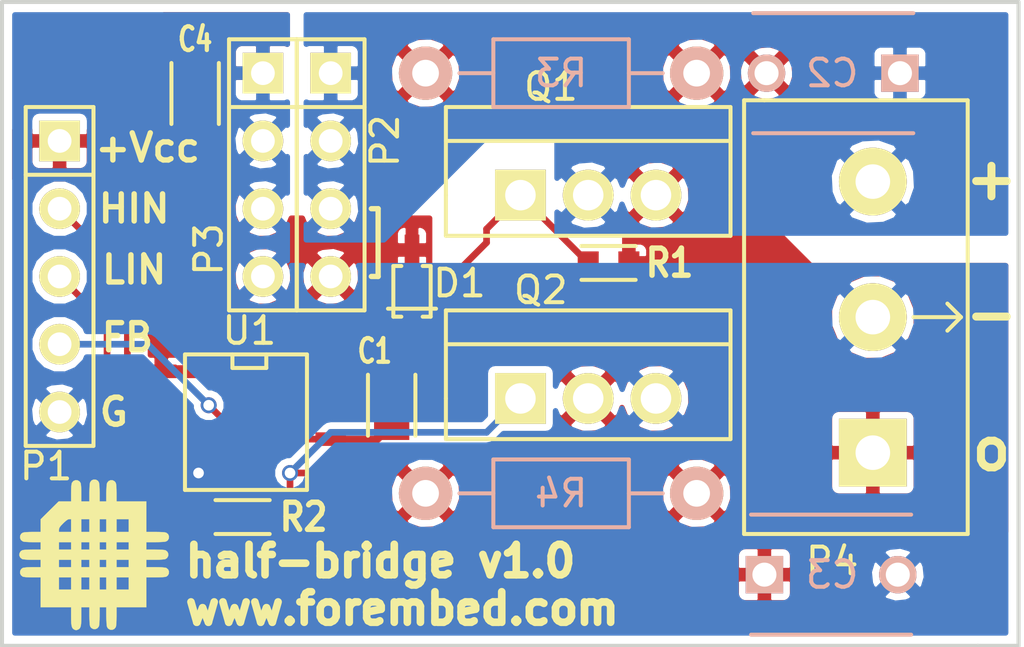
<source format=kicad_pcb>
(kicad_pcb (version 4) (host pcbnew 4.0.1-stable)

  (general
    (links 37)
    (no_connects 0)
    (area 161.761476 59.741999 203.339857 86.387619)
    (thickness 1.6)
    (drawings 19)
    (tracks 55)
    (zones 0)
    (modules 19)
    (nets 12)
  )

  (page A4)
  (layers
    (0 F.Cu signal)
    (31 B.Cu signal)
    (32 B.Adhes user)
    (33 F.Adhes user)
    (34 B.Paste user)
    (35 F.Paste user)
    (36 B.SilkS user)
    (37 F.SilkS user)
    (38 B.Mask user)
    (39 F.Mask user)
    (40 Dwgs.User user)
    (41 Cmts.User user)
    (42 Eco1.User user)
    (43 Eco2.User user)
    (44 Edge.Cuts user)
    (45 Margin user)
    (46 B.CrtYd user)
    (47 F.CrtYd user)
    (48 B.Fab user)
    (49 F.Fab user)
  )

  (setup
    (last_trace_width 0.25)
    (trace_clearance 0.2)
    (zone_clearance 0.254)
    (zone_45_only no)
    (trace_min 0.2)
    (segment_width 0.2)
    (edge_width 0.15)
    (via_size 0.6)
    (via_drill 0.4)
    (via_min_size 0.4)
    (via_min_drill 0.3)
    (uvia_size 0.3)
    (uvia_drill 0.1)
    (uvias_allowed no)
    (uvia_min_size 0.2)
    (uvia_min_drill 0.1)
    (pcb_text_width 0.3)
    (pcb_text_size 1.5 1.5)
    (mod_edge_width 0.15)
    (mod_text_size 1 1)
    (mod_text_width 0.15)
    (pad_size 1.524 1.524)
    (pad_drill 0.762)
    (pad_to_mask_clearance 0.0508)
    (aux_axis_origin 162.941 83.947)
    (visible_elements 7FFFFF7F)
    (pcbplotparams
      (layerselection 0x010f0_80000001)
      (usegerberextensions false)
      (excludeedgelayer true)
      (linewidth 0.100000)
      (plotframeref false)
      (viasonmask false)
      (mode 1)
      (useauxorigin true)
      (hpglpennumber 1)
      (hpglpenspeed 20)
      (hpglpendiameter 15)
      (hpglpenoverlay 2)
      (psnegative false)
      (psa4output false)
      (plotreference true)
      (plotvalue true)
      (plotinvisibletext false)
      (padsonsilk false)
      (subtractmaskfromsilk false)
      (outputformat 1)
      (mirror false)
      (drillshape 0)
      (scaleselection 1)
      (outputdirectory ./gerber))
  )

  (net 0 "")
  (net 1 "Net-(C1-Pad1)")
  (net 2 +BATT)
  (net 3 "Net-(C2-Pad2)")
  (net 4 "Net-(C3-Pad1)")
  (net 5 GND)
  (net 6 +12V)
  (net 7 "Net-(P1-Pad2)")
  (net 8 "Net-(P1-Pad3)")
  (net 9 "Net-(Q1-Pad1)")
  (net 10 "Net-(Q2-Pad1)")
  (net 11 /Vout)

  (net_class Default "This is the default net class."
    (clearance 0.2)
    (trace_width 0.25)
    (via_dia 0.6)
    (via_drill 0.4)
    (uvia_dia 0.3)
    (uvia_drill 0.1)
    (add_net +12V)
    (add_net +BATT)
    (add_net /Vout)
    (add_net GND)
    (add_net "Net-(C1-Pad1)")
    (add_net "Net-(C2-Pad2)")
    (add_net "Net-(C3-Pad1)")
    (add_net "Net-(P1-Pad2)")
    (add_net "Net-(P1-Pad3)")
    (add_net "Net-(Q1-Pad1)")
    (add_net "Net-(Q2-Pad1)")
  )

  (module lib_pcb:for_embed_logo locked (layer F.Cu) (tedit 0) (tstamp 57880524)
    (at 166.37 80.518)
    (fp_text reference G*** (at 0 0) (layer F.SilkS) hide
      (effects (font (thickness 0.3)))
    )
    (fp_text value LOGO (at 0.75 0) (layer F.SilkS) hide
      (effects (font (thickness 0.3)))
    )
    (fp_poly (pts (xy 0.087529 -2.798357) (xy 0.159727 -2.757993) (xy 0.200399 -2.701104) (xy 0.21164 -2.650978)
      (xy 0.220618 -2.561103) (xy 0.226535 -2.442507) (xy 0.2286 -2.310205) (xy 0.2286 -1.9812)
      (xy 0.4826 -1.9812) (xy 0.4826 -2.297505) (xy 0.484927 -2.432455) (xy 0.491346 -2.548678)
      (xy 0.501008 -2.634977) (xy 0.511294 -2.676789) (xy 0.565976 -2.745104) (xy 0.641333 -2.777144)
      (xy 0.722529 -2.772957) (xy 0.794727 -2.732593) (xy 0.835399 -2.675704) (xy 0.846662 -2.625744)
      (xy 0.855697 -2.536728) (xy 0.861631 -2.420384) (xy 0.8636 -2.297505) (xy 0.8636 -1.9812)
      (xy 1.9812 -1.9812) (xy 1.9812 -0.8382) (xy 2.322904 -0.8382) (xy 2.46343 -0.836084)
      (xy 2.584403 -0.830217) (xy 2.675452 -0.821325) (xy 2.726209 -0.810132) (xy 2.726503 -0.81)
      (xy 2.795185 -0.755223) (xy 2.827729 -0.679821) (xy 2.824085 -0.598631) (xy 2.784204 -0.526488)
      (xy 2.727588 -0.485895) (xy 2.675763 -0.474165) (xy 2.582934 -0.465012) (xy 2.458859 -0.45913)
      (xy 2.322904 -0.4572) (xy 1.9812 -0.4572) (xy 1.9812 -0.1778) (xy 2.310204 -0.1778)
      (xy 2.44997 -0.175543) (xy 2.569288 -0.169282) (xy 2.657701 -0.159783) (xy 2.702188 -0.149106)
      (xy 2.770503 -0.094424) (xy 2.802543 -0.019067) (xy 2.798356 0.062129) (xy 2.757992 0.134327)
      (xy 2.701103 0.174999) (xy 2.650977 0.18624) (xy 2.561102 0.195218) (xy 2.442506 0.201135)
      (xy 2.310204 0.2032) (xy 1.9812 0.2032) (xy 1.9812 0.4826) (xy 2.322904 0.4826)
      (xy 2.4674 0.484789) (xy 2.589797 0.490898) (xy 2.680334 0.500233) (xy 2.727588 0.511294)
      (xy 2.795903 0.565976) (xy 2.827943 0.641333) (xy 2.823756 0.722529) (xy 2.783392 0.794727)
      (xy 2.726503 0.835399) (xy 2.676245 0.846613) (xy 2.585581 0.855534) (xy 2.464879 0.861438)
      (xy 2.324512 0.863599) (xy 2.322904 0.8636) (xy 1.9812 0.8636) (xy 1.9812 1.9812)
      (xy 0.8636 1.9812) (xy 0.8636 2.322904) (xy 0.86141 2.4674) (xy 0.855301 2.589797)
      (xy 0.845966 2.680334) (xy 0.834905 2.727588) (xy 0.780223 2.795903) (xy 0.704866 2.827943)
      (xy 0.62367 2.823756) (xy 0.551472 2.783392) (xy 0.5108 2.726503) (xy 0.499586 2.676245)
      (xy 0.490665 2.585581) (xy 0.484761 2.464879) (xy 0.4826 2.324512) (xy 0.4826 1.9812)
      (xy 0.2286 1.9812) (xy 0.2286 2.310204) (xy 0.226342 2.44997) (xy 0.220081 2.569288)
      (xy 0.210582 2.657701) (xy 0.199905 2.702188) (xy 0.145223 2.770503) (xy 0.069866 2.802543)
      (xy -0.01133 2.798356) (xy -0.083528 2.757992) (xy -0.1242 2.701103) (xy -0.135441 2.650977)
      (xy -0.144419 2.561102) (xy -0.150336 2.442506) (xy -0.1524 2.310204) (xy -0.1524 1.9812)
      (xy -0.4572 1.9812) (xy -0.4572 2.322904) (xy -0.459239 2.488258) (xy -0.466567 2.610531)
      (xy -0.481007 2.697322) (xy -0.50438 2.756232) (xy -0.538507 2.79486) (xy -0.575497 2.816599)
      (xy -0.632325 2.83884) (xy -0.674467 2.837615) (xy -0.727353 2.815092) (xy -0.769118 2.786436)
      (xy -0.799309 2.742076) (xy -0.819609 2.674531) (xy -0.831703 2.57632) (xy -0.837276 2.439962)
      (xy -0.8382 2.322904) (xy -0.8382 1.9812) (xy -1.9812 1.9812) (xy -1.9812 0.8636)
      (xy -1.2954 0.8636) (xy -1.2954 1.3208) (xy -0.8382 1.3208) (xy -0.8382 0.8636)
      (xy -0.4572 0.8636) (xy -0.4572 1.3208) (xy -0.1524 1.3208) (xy -0.1524 0.8636)
      (xy 0.2286 0.8636) (xy 0.2286 1.3208) (xy 0.4826 1.3208) (xy 0.4826 0.8636)
      (xy 0.8636 0.8636) (xy 0.8636 1.3208) (xy 1.3208 1.3208) (xy 1.3208 0.8636)
      (xy 0.8636 0.8636) (xy 0.4826 0.8636) (xy 0.2286 0.8636) (xy -0.1524 0.8636)
      (xy -0.4572 0.8636) (xy -0.8382 0.8636) (xy -1.2954 0.8636) (xy -1.9812 0.8636)
      (xy -2.284805 0.8636) (xy -2.414849 0.861198) (xy -2.527958 0.854616) (xy -2.612157 0.844794)
      (xy -2.651389 0.834905) (xy -2.719704 0.780223) (xy -2.751744 0.704866) (xy -2.747557 0.62367)
      (xy -2.707193 0.551472) (xy -2.650304 0.5108) (xy -2.600547 0.499523) (xy -2.512469 0.490427)
      (xy -2.398534 0.484474) (xy -2.284805 0.4826) (xy -1.9812 0.4826) (xy -1.9812 0.2032)
      (xy -1.2954 0.2032) (xy -1.2954 0.4826) (xy -0.8382 0.4826) (xy -0.8382 0.2032)
      (xy -0.4572 0.2032) (xy -0.4572 0.4826) (xy -0.1524 0.4826) (xy -0.1524 0.2032)
      (xy 0.2286 0.2032) (xy 0.2286 0.4826) (xy 0.4826 0.4826) (xy 0.4826 0.2032)
      (xy 0.8636 0.2032) (xy 0.8636 0.4826) (xy 1.3208 0.4826) (xy 1.3208 0.2032)
      (xy 0.8636 0.2032) (xy 0.4826 0.2032) (xy 0.2286 0.2032) (xy -0.1524 0.2032)
      (xy -0.4572 0.2032) (xy -0.8382 0.2032) (xy -1.2954 0.2032) (xy -1.9812 0.2032)
      (xy -2.297505 0.2032) (xy -2.432455 0.200872) (xy -2.548678 0.194453) (xy -2.634977 0.184791)
      (xy -2.676789 0.174505) (xy -2.745104 0.119823) (xy -2.777144 0.044466) (xy -2.772957 -0.03673)
      (xy -2.732593 -0.108928) (xy -2.675704 -0.1496) (xy -2.625744 -0.160863) (xy -2.536728 -0.169898)
      (xy -2.420384 -0.175832) (xy -2.297505 -0.1778) (xy -1.9812 -0.1778) (xy -1.9812 -0.4572)
      (xy -1.2954 -0.4572) (xy -1.2954 -0.1778) (xy -0.8382 -0.1778) (xy -0.8382 -0.4572)
      (xy -0.4572 -0.4572) (xy -0.4572 -0.1778) (xy -0.1524 -0.1778) (xy -0.1524 -0.4572)
      (xy 0.2286 -0.4572) (xy 0.2286 -0.1778) (xy 0.4826 -0.1778) (xy 0.4826 -0.4572)
      (xy 0.8636 -0.4572) (xy 0.8636 -0.1778) (xy 1.3208 -0.1778) (xy 1.3208 -0.4572)
      (xy 0.8636 -0.4572) (xy 0.4826 -0.4572) (xy 0.2286 -0.4572) (xy -0.1524 -0.4572)
      (xy -0.4572 -0.4572) (xy -0.8382 -0.4572) (xy -1.2954 -0.4572) (xy -1.9812 -0.4572)
      (xy -2.284805 -0.4572) (xy -2.414849 -0.459602) (xy -2.527958 -0.466184) (xy -2.612157 -0.476006)
      (xy -2.651389 -0.485895) (xy -2.719704 -0.540577) (xy -2.751744 -0.615934) (xy -2.747557 -0.69713)
      (xy -2.707193 -0.769328) (xy -2.650304 -0.81) (xy -2.600547 -0.821277) (xy -2.512469 -0.830373)
      (xy -2.398534 -0.836326) (xy -2.284805 -0.8382) (xy -1.9812 -0.8382) (xy -1.9812 -0.921484)
      (xy -1.2954 -0.921484) (xy -1.2954 -0.8382) (xy -0.8382 -0.8382) (xy -0.8382 -1.3208)
      (xy -0.4572 -1.3208) (xy -0.4572 -0.8382) (xy -0.1524 -0.8382) (xy -0.1524 -1.3208)
      (xy 0.2286 -1.3208) (xy 0.2286 -0.8382) (xy 0.4826 -0.8382) (xy 0.4826 -1.3208)
      (xy 0.8636 -1.3208) (xy 0.8636 -0.8382) (xy 1.3208 -0.8382) (xy 1.3208 -1.3208)
      (xy 0.8636 -1.3208) (xy 0.4826 -1.3208) (xy 0.2286 -1.3208) (xy -0.1524 -1.3208)
      (xy -0.4572 -1.3208) (xy -0.8382 -1.3208) (xy -0.907367 -1.3208) (xy -0.957315 -1.308462)
      (xy -1.020331 -1.267925) (xy -1.104055 -1.193906) (xy -1.135967 -1.162784) (xy -1.21637 -1.079692)
      (xy -1.265051 -1.01878) (xy -1.289047 -0.969397) (xy -1.2954 -0.921484) (xy -1.9812 -0.921484)
      (xy -1.9812 -1.310524) (xy -1.642544 -1.645862) (xy -1.303888 -1.981201) (xy -1.071044 -1.981201)
      (xy -0.8382 -1.9812) (xy -0.8382 -2.297505) (xy -0.83595 -2.428773) (xy -0.829782 -2.543656)
      (xy -0.82057 -2.630428) (xy -0.81 -2.675704) (xy -0.755223 -2.744386) (xy -0.679821 -2.77693)
      (xy -0.598631 -2.773286) (xy -0.526488 -2.733405) (xy -0.485895 -2.676789) (xy -0.474116 -2.625278)
      (xy -0.464851 -2.53419) (xy -0.458945 -2.414723) (xy -0.4572 -2.297505) (xy -0.4572 -1.9812)
      (xy -0.1524 -1.9812) (xy -0.1524 -2.310205) (xy -0.150143 -2.449971) (xy -0.143882 -2.569289)
      (xy -0.134383 -2.657702) (xy -0.123706 -2.702189) (xy -0.069024 -2.770504) (xy 0.006333 -2.802544)
      (xy 0.087529 -2.798357)) (layer F.SilkS) (width 0.01))
  )

  (module lib_pcb:fiducial locked (layer F.Cu) (tedit 5787E7C7) (tstamp 57880AFC)
    (at 199.136 82.042)
    (fp_text reference FID1 (at 2.286 0) (layer F.SilkS) hide
      (effects (font (size 1 1) (thickness 0.15)))
    )
    (fp_text value fiducial (at 0 0) (layer F.Fab) hide
      (effects (font (size 1 1) (thickness 0.15)))
    )
    (pad 1 smd circle (at 0 0) (size 1.016 1.016) (layers F.Cu F.Mask)
      (solder_mask_margin 1.016))
  )

  (module lib_pcb:SM_0805 (layer F.Cu) (tedit 5787E944) (tstamp 5787F561)
    (at 177.546 74.93 270)
    (path /5787B7E6)
    (fp_text reference C1 (at -2.032 0.635 540) (layer F.SilkS)
      (effects (font (size 0.889 0.635) (thickness 0.15875)))
    )
    (fp_text value "1uF 50V" (at 0 0 270) (layer F.SilkS) hide
      (effects (font (size 1 1) (thickness 0.15)))
    )
    (fp_line (start -1.143 0.889) (end 1.143 0.889) (layer F.SilkS) (width 0.15))
    (fp_line (start -1.143 -0.889) (end 1.143 -0.889) (layer F.SilkS) (width 0.15))
    (pad 1 smd rect (at -0.762 0 270) (size 1.0795 1.3208) (layers F.Cu F.Paste F.Mask)
      (net 1 "Net-(C1-Pad1)"))
    (pad 2 smd rect (at 0.762 0 270) (size 1.0795 1.3208) (layers F.Cu F.Paste F.Mask)
      (net 11 /Vout))
  )

  (module Capacitors_ThroughHole:C_Disc_D6_P5 (layer B.Cu) (tedit 5787C068) (tstamp 5787F56D)
    (at 196.596 62.484 180)
    (descr "Capacitor 6mm Disc, Pitch 5mm")
    (tags Capacitor)
    (path /5787CB6A)
    (fp_text reference C2 (at 2.54 0 180) (layer B.SilkS)
      (effects (font (size 1 1) (thickness 0.15)) (justify mirror))
    )
    (fp_text value CSNUB (at 2.5 -3.5 180) (layer B.Fab) hide
      (effects (font (size 1 1) (thickness 0.15)) (justify mirror))
    )
    (fp_line (start -0.95 2.5) (end 5.95 2.5) (layer B.CrtYd) (width 0.05))
    (fp_line (start 5.95 2.5) (end 5.95 -2.5) (layer B.CrtYd) (width 0.05))
    (fp_line (start 5.95 -2.5) (end -0.95 -2.5) (layer B.CrtYd) (width 0.05))
    (fp_line (start -0.95 -2.5) (end -0.95 2.5) (layer B.CrtYd) (width 0.05))
    (fp_line (start -0.5 2.25) (end 5.5 2.25) (layer B.SilkS) (width 0.15))
    (fp_line (start 5.5 -2.25) (end -0.5 -2.25) (layer B.SilkS) (width 0.15))
    (pad 1 thru_hole rect (at 0 0 180) (size 1.4 1.4) (drill 0.9) (layers *.Cu *.Mask B.SilkS)
      (net 2 +BATT))
    (pad 2 thru_hole circle (at 5 0 180) (size 1.4 1.4) (drill 0.9) (layers *.Cu *.Mask B.SilkS)
      (net 3 "Net-(C2-Pad2)"))
    (model Capacitors_ThroughHole.3dshapes/C_Disc_D6_P5.wrl
      (at (xyz 0.0984252 0 0))
      (scale (xyz 1 1 1))
      (rotate (xyz 0 0 0))
    )
  )

  (module Capacitors_ThroughHole:C_Disc_D6_P5 (layer B.Cu) (tedit 5787C06C) (tstamp 5787F579)
    (at 191.516 81.28)
    (descr "Capacitor 6mm Disc, Pitch 5mm")
    (tags Capacitor)
    (path /5787CD3B)
    (fp_text reference C3 (at 2.54 0) (layer B.SilkS)
      (effects (font (size 1 1) (thickness 0.15)) (justify mirror))
    )
    (fp_text value CSNUB (at 2.5 -3.5) (layer B.Fab) hide
      (effects (font (size 1 1) (thickness 0.15)) (justify mirror))
    )
    (fp_line (start -0.95 2.5) (end 5.95 2.5) (layer B.CrtYd) (width 0.05))
    (fp_line (start 5.95 2.5) (end 5.95 -2.5) (layer B.CrtYd) (width 0.05))
    (fp_line (start 5.95 -2.5) (end -0.95 -2.5) (layer B.CrtYd) (width 0.05))
    (fp_line (start -0.95 -2.5) (end -0.95 2.5) (layer B.CrtYd) (width 0.05))
    (fp_line (start -0.5 2.25) (end 5.5 2.25) (layer B.SilkS) (width 0.15))
    (fp_line (start 5.5 -2.25) (end -0.5 -2.25) (layer B.SilkS) (width 0.15))
    (pad 1 thru_hole rect (at 0 0) (size 1.4 1.4) (drill 0.9) (layers *.Cu *.Mask B.SilkS)
      (net 4 "Net-(C3-Pad1)"))
    (pad 2 thru_hole circle (at 5 0) (size 1.4 1.4) (drill 0.9) (layers *.Cu *.Mask B.SilkS)
      (net 5 GND))
    (model Capacitors_ThroughHole.3dshapes/C_Disc_D6_P5.wrl
      (at (xyz 0.0984252 0 0))
      (scale (xyz 1 1 1))
      (rotate (xyz 0 0 0))
    )
  )

  (module lib_pcb:SOD-323 (layer F.Cu) (tedit 5787F68D) (tstamp 5787F586)
    (at 178.308 70.612 180)
    (path /5787C427)
    (fp_text reference D1 (at -1.778 0.254 360) (layer F.SilkS)
      (effects (font (size 1 1) (thickness 0.15)))
    )
    (fp_text value D (at 0 -2.794 180) (layer F.Fab) hide
      (effects (font (size 1 1) (thickness 0.15)))
    )
    (fp_line (start -0.9 -0.7) (end 0.9 -0.7) (layer F.SilkS) (width 0.15))
    (fp_line (start 0.4 0.9) (end 0.7 0.9) (layer F.SilkS) (width 0.15))
    (fp_line (start 0.7 0.9) (end 0.7 -1) (layer F.SilkS) (width 0.15))
    (fp_line (start 0.7 -1) (end 0.4 -1) (layer F.SilkS) (width 0.15))
    (fp_line (start -0.4 -1) (end -0.7 -1) (layer F.SilkS) (width 0.15))
    (fp_line (start -0.7 -1) (end -0.7 0.9) (layer F.SilkS) (width 0.15))
    (fp_line (start -0.7 0.9) (end -0.4 0.9) (layer F.SilkS) (width 0.15))
    (pad 1 smd rect (at 0 -1.5 180) (size 0.55 1.15) (layers F.Cu F.Paste F.Mask)
      (net 1 "Net-(C1-Pad1)"))
    (pad 2 smd rect (at 0 1.5 180) (size 0.55 1.15) (layers F.Cu F.Paste F.Mask)
      (net 6 +12V))
  )

  (module lib_pcb:CONN_1x3_OSTTC032162 (layer F.Cu) (tedit 5787C583) (tstamp 5787F5B9)
    (at 195.58 71.628 90)
    (path /5787D887)
    (fp_text reference P4 (at -9.144 -1.524 180) (layer F.SilkS)
      (effects (font (size 1 1) (thickness 0.15)))
    )
    (fp_text value CONN_01X03 (at 0 0 90) (layer F.Fab) hide
      (effects (font (size 1 1) (thickness 0.15)))
    )
    (fp_line (start 8.128 -4.064) (end 8.128 -4.826) (layer F.SilkS) (width 0.15))
    (fp_line (start 8.128 -4.826) (end -8.128 -4.826) (layer F.SilkS) (width 0.15))
    (fp_line (start -8.128 -4.826) (end -8.128 -4.064) (layer F.SilkS) (width 0.15))
    (fp_line (start 0 3.302) (end -0.508 2.794) (layer F.SilkS) (width 0.15))
    (fp_line (start 0 3.302) (end 0.508 2.794) (layer F.SilkS) (width 0.15))
    (fp_line (start 0 3.302) (end 0 1.524) (layer F.SilkS) (width 0.15))
    (fp_line (start 8.128 -4.064) (end 8.128 3.556) (layer F.SilkS) (width 0.15))
    (fp_line (start 8.128 3.556) (end -8.128 3.556) (layer F.SilkS) (width 0.15))
    (fp_line (start -8.128 -4.064) (end -8.128 3.556) (layer F.SilkS) (width 0.15))
    (pad 1 thru_hole rect (at -5.08 0 90) (size 2.54 2.54) (drill 1.2954) (layers *.Cu *.Mask F.SilkS)
      (net 11 /Vout))
    (pad 2 thru_hole circle (at 0 0 90) (size 2.54 2.54) (drill 1.2954) (layers *.Cu *.Mask F.SilkS)
      (net 5 GND))
    (pad 3 thru_hole circle (at 5.08 0 90) (size 2.54 2.54) (drill 1.2954) (layers *.Cu *.Mask F.SilkS)
      (net 2 +BATT))
  )

  (module lib_pcb:TO-220-VERTICAL (layer F.Cu) (tedit 57880C26) (tstamp 5787F5C7)
    (at 184.912 67.056)
    (path /5787B379)
    (fp_text reference Q1 (at -1.397 -4.064) (layer F.SilkS)
      (effects (font (size 1 1) (thickness 0.15)))
    )
    (fp_text value Q_NMOS_GDS (at 0 0) (layer F.Fab) hide
      (effects (font (size 1 1) (thickness 0.15)))
    )
    (fp_line (start -5.334 -2.032) (end 5.334 -2.032) (layer F.SilkS) (width 0.15))
    (fp_line (start 5.334 0) (end 5.334 -3.302) (layer F.SilkS) (width 0.15))
    (fp_line (start 5.334 -3.302) (end -5.334 -3.302) (layer F.SilkS) (width 0.15))
    (fp_line (start -5.334 -3.302) (end -5.334 0) (layer F.SilkS) (width 0.15))
    (fp_line (start -5.334 0) (end -5.334 1.524) (layer F.SilkS) (width 0.15))
    (fp_line (start -5.334 1.524) (end 5.334 1.524) (layer F.SilkS) (width 0.15))
    (fp_line (start 5.334 1.524) (end 5.334 0) (layer F.SilkS) (width 0.15))
    (pad 1 thru_hole rect (at -2.54 0) (size 1.905 1.905) (drill 1.143) (layers *.Cu *.Mask F.SilkS)
      (net 9 "Net-(Q1-Pad1)"))
    (pad 2 thru_hole circle (at 0 0) (size 1.905 1.905) (drill 1.143) (layers *.Cu *.Mask F.SilkS)
      (net 2 +BATT))
    (pad 3 thru_hole circle (at 2.54 0) (size 1.905 1.905) (drill 1.143) (layers *.Cu *.Mask F.SilkS)
      (net 11 /Vout))
  )

  (module lib_pcb:TO-220-VERTICAL (layer F.Cu) (tedit 5787F690) (tstamp 5787F5D5)
    (at 184.912 74.676)
    (path /5787B469)
    (fp_text reference Q2 (at -1.778 -4.064) (layer F.SilkS)
      (effects (font (size 1 1) (thickness 0.15)))
    )
    (fp_text value Q_NMOS_GDS (at 0 0) (layer F.Fab) hide
      (effects (font (size 1 1) (thickness 0.15)))
    )
    (fp_line (start -5.334 -2.032) (end 5.334 -2.032) (layer F.SilkS) (width 0.15))
    (fp_line (start 5.334 0) (end 5.334 -3.302) (layer F.SilkS) (width 0.15))
    (fp_line (start 5.334 -3.302) (end -5.334 -3.302) (layer F.SilkS) (width 0.15))
    (fp_line (start -5.334 -3.302) (end -5.334 0) (layer F.SilkS) (width 0.15))
    (fp_line (start -5.334 0) (end -5.334 1.524) (layer F.SilkS) (width 0.15))
    (fp_line (start -5.334 1.524) (end 5.334 1.524) (layer F.SilkS) (width 0.15))
    (fp_line (start 5.334 1.524) (end 5.334 0) (layer F.SilkS) (width 0.15))
    (pad 1 thru_hole rect (at -2.54 0) (size 1.905 1.905) (drill 1.143) (layers *.Cu *.Mask F.SilkS)
      (net 10 "Net-(Q2-Pad1)"))
    (pad 2 thru_hole circle (at 0 0) (size 1.905 1.905) (drill 1.143) (layers *.Cu *.Mask F.SilkS)
      (net 11 /Vout))
    (pad 3 thru_hole circle (at 2.54 0) (size 1.905 1.905) (drill 1.143) (layers *.Cu *.Mask F.SilkS)
      (net 5 GND))
  )

  (module lib_pcb:SM_0603 (layer F.Cu) (tedit 5787E957) (tstamp 5787F5DD)
    (at 185.674 69.596)
    (path /5787B831)
    (fp_text reference R1 (at 2.286 0) (layer F.SilkS)
      (effects (font (size 1.016 0.889) (thickness 0.2032)))
    )
    (fp_text value 1k (at 0 1.143) (layer F.SilkS) hide
      (effects (font (size 0.635 0.635) (thickness 0.1016)))
    )
    (fp_line (start -1.016 0.635) (end 1.016 0.635) (layer F.SilkS) (width 0.15))
    (fp_line (start -1.016 -0.635) (end 1.016 -0.635) (layer F.SilkS) (width 0.15))
    (pad 1 smd rect (at -0.762 0) (size 0.7874 0.8636) (layers F.Cu F.Paste F.Mask)
      (net 9 "Net-(Q1-Pad1)"))
    (pad 2 smd rect (at 0.762 0) (size 0.7874 0.8636) (layers F.Cu F.Paste F.Mask)
      (net 11 /Vout))
  )

  (module lib_pcb:SM_0603 (layer F.Cu) (tedit 5787DE32) (tstamp 5787F5E5)
    (at 171.958 79.121 180)
    (path /5787BAE3)
    (fp_text reference R2 (at -2.286 0 360) (layer F.SilkS)
      (effects (font (size 1.016 0.889) (thickness 0.2032)))
    )
    (fp_text value 1k (at 0 1.143 180) (layer F.SilkS) hide
      (effects (font (size 0.635 0.635) (thickness 0.1016)))
    )
    (fp_line (start -1.016 0.635) (end 1.016 0.635) (layer F.SilkS) (width 0.15))
    (fp_line (start -1.016 -0.635) (end 1.016 -0.635) (layer F.SilkS) (width 0.15))
    (pad 1 smd rect (at -0.762 0 180) (size 0.7874 0.8636) (layers F.Cu F.Paste F.Mask)
      (net 10 "Net-(Q2-Pad1)"))
    (pad 2 smd rect (at 0.762 0 180) (size 0.7874 0.8636) (layers F.Cu F.Paste F.Mask)
      (net 5 GND))
  )

  (module Resistors_ThroughHole:Resistor_Horizontal_RM10mm (layer B.Cu) (tedit 5787BFFF) (tstamp 5787F5F5)
    (at 188.976 62.484 180)
    (descr "Resistor, Axial,  RM 10mm, 1/3W")
    (tags "Resistor Axial RM 10mm 1/3W")
    (path /5787C762)
    (fp_text reference R3 (at 5.08 0 180) (layer B.SilkS)
      (effects (font (size 1 1) (thickness 0.15)) (justify mirror))
    )
    (fp_text value RSNUB (at 5.08 -3.81 180) (layer B.Fab) hide
      (effects (font (size 1 1) (thickness 0.15)) (justify mirror))
    )
    (fp_line (start -1.25 1.5) (end 11.4 1.5) (layer B.CrtYd) (width 0.05))
    (fp_line (start -1.25 -1.5) (end -1.25 1.5) (layer B.CrtYd) (width 0.05))
    (fp_line (start 11.4 1.5) (end 11.4 -1.5) (layer B.CrtYd) (width 0.05))
    (fp_line (start -1.25 -1.5) (end 11.4 -1.5) (layer B.CrtYd) (width 0.05))
    (fp_line (start 2.54 1.27) (end 7.62 1.27) (layer B.SilkS) (width 0.15))
    (fp_line (start 7.62 1.27) (end 7.62 -1.27) (layer B.SilkS) (width 0.15))
    (fp_line (start 7.62 -1.27) (end 2.54 -1.27) (layer B.SilkS) (width 0.15))
    (fp_line (start 2.54 -1.27) (end 2.54 1.27) (layer B.SilkS) (width 0.15))
    (fp_line (start 2.54 0) (end 1.27 0) (layer B.SilkS) (width 0.15))
    (fp_line (start 7.62 0) (end 8.89 0) (layer B.SilkS) (width 0.15))
    (pad 1 thru_hole circle (at 0 0 180) (size 1.99898 1.99898) (drill 1.00076) (layers *.Cu *.SilkS *.Mask)
      (net 3 "Net-(C2-Pad2)"))
    (pad 2 thru_hole circle (at 10.16 0 180) (size 1.99898 1.99898) (drill 1.00076) (layers *.Cu *.SilkS *.Mask)
      (net 11 /Vout))
    (model Resistors_ThroughHole.3dshapes/Resistor_Horizontal_RM10mm.wrl
      (at (xyz 0.2 0 0))
      (scale (xyz 0.4 0.4 0.4))
      (rotate (xyz 0 0 0))
    )
  )

  (module Resistors_ThroughHole:Resistor_Horizontal_RM10mm (layer B.Cu) (tedit 5787BFFE) (tstamp 5787F605)
    (at 188.976 78.232 180)
    (descr "Resistor, Axial,  RM 10mm, 1/3W")
    (tags "Resistor Axial RM 10mm 1/3W")
    (path /5787C898)
    (fp_text reference R4 (at 5.08 0 180) (layer B.SilkS)
      (effects (font (size 1 1) (thickness 0.15)) (justify mirror))
    )
    (fp_text value RSNUB (at 5.08 -3.81 180) (layer B.Fab) hide
      (effects (font (size 1 1) (thickness 0.15)) (justify mirror))
    )
    (fp_line (start -1.25 1.5) (end 11.4 1.5) (layer B.CrtYd) (width 0.05))
    (fp_line (start -1.25 -1.5) (end -1.25 1.5) (layer B.CrtYd) (width 0.05))
    (fp_line (start 11.4 1.5) (end 11.4 -1.5) (layer B.CrtYd) (width 0.05))
    (fp_line (start -1.25 -1.5) (end 11.4 -1.5) (layer B.CrtYd) (width 0.05))
    (fp_line (start 2.54 1.27) (end 7.62 1.27) (layer B.SilkS) (width 0.15))
    (fp_line (start 7.62 1.27) (end 7.62 -1.27) (layer B.SilkS) (width 0.15))
    (fp_line (start 7.62 -1.27) (end 2.54 -1.27) (layer B.SilkS) (width 0.15))
    (fp_line (start 2.54 -1.27) (end 2.54 1.27) (layer B.SilkS) (width 0.15))
    (fp_line (start 2.54 0) (end 1.27 0) (layer B.SilkS) (width 0.15))
    (fp_line (start 7.62 0) (end 8.89 0) (layer B.SilkS) (width 0.15))
    (pad 1 thru_hole circle (at 0 0 180) (size 1.99898 1.99898) (drill 1.00076) (layers *.Cu *.SilkS *.Mask)
      (net 11 /Vout))
    (pad 2 thru_hole circle (at 10.16 0 180) (size 1.99898 1.99898) (drill 1.00076) (layers *.Cu *.SilkS *.Mask)
      (net 4 "Net-(C3-Pad1)"))
    (model Resistors_ThroughHole.3dshapes/Resistor_Horizontal_RM10mm.wrl
      (at (xyz 0.2 0 0))
      (scale (xyz 0.4 0.4 0.4))
      (rotate (xyz 0 0 0))
    )
  )

  (module SMD_Packages:SOIC-8-N (layer F.Cu) (tedit 5787F5A7) (tstamp 5787F618)
    (at 172.085 75.565 270)
    (descr "Module Narrow CMS SOJ 8 pins large")
    (tags "CMS SOJ")
    (path /5787B6C4)
    (attr smd)
    (fp_text reference U1 (at -3.429 -0.127 360) (layer F.SilkS)
      (effects (font (size 1 1) (thickness 0.15)))
    )
    (fp_text value MOSFET_DRIVER_FAN7842MX (at 0 1.27 270) (layer F.Fab) hide
      (effects (font (size 1 1) (thickness 0.15)))
    )
    (fp_line (start -2.54 -2.286) (end 2.54 -2.286) (layer F.SilkS) (width 0.15))
    (fp_line (start 2.54 -2.286) (end 2.54 2.286) (layer F.SilkS) (width 0.15))
    (fp_line (start 2.54 2.286) (end -2.54 2.286) (layer F.SilkS) (width 0.15))
    (fp_line (start -2.54 2.286) (end -2.54 -2.286) (layer F.SilkS) (width 0.15))
    (fp_line (start -2.54 -0.762) (end -2.032 -0.762) (layer F.SilkS) (width 0.15))
    (fp_line (start -2.032 -0.762) (end -2.032 0.508) (layer F.SilkS) (width 0.15))
    (fp_line (start -2.032 0.508) (end -2.54 0.508) (layer F.SilkS) (width 0.15))
    (pad 8 smd rect (at -1.905 -3.175 270) (size 0.508 1.143) (layers F.Cu F.Paste F.Mask)
      (net 1 "Net-(C1-Pad1)"))
    (pad 7 smd rect (at -0.635 -3.175 270) (size 0.508 1.143) (layers F.Cu F.Paste F.Mask)
      (net 9 "Net-(Q1-Pad1)"))
    (pad 6 smd rect (at 0.635 -3.175 270) (size 0.508 1.143) (layers F.Cu F.Paste F.Mask)
      (net 11 /Vout))
    (pad 5 smd rect (at 1.905 -3.175 270) (size 0.508 1.143) (layers F.Cu F.Paste F.Mask)
      (net 10 "Net-(Q2-Pad1)"))
    (pad 4 smd rect (at 1.905 3.175 270) (size 0.508 1.143) (layers F.Cu F.Paste F.Mask)
      (net 5 GND))
    (pad 3 smd rect (at 0.635 3.175 270) (size 0.508 1.143) (layers F.Cu F.Paste F.Mask)
      (net 8 "Net-(P1-Pad3)"))
    (pad 2 smd rect (at -0.635 3.175 270) (size 0.508 1.143) (layers F.Cu F.Paste F.Mask)
      (net 7 "Net-(P1-Pad2)"))
    (pad 1 smd rect (at -1.905 3.175 270) (size 0.508 1.143) (layers F.Cu F.Paste F.Mask)
      (net 6 +12V))
    (model SMD_Packages.3dshapes/SOIC-8-N.wrl
      (at (xyz 0 0 0))
      (scale (xyz 0.5 0.38 0.5))
      (rotate (xyz 0 0 0))
    )
  )

  (module lib_pcb:SM_0805 (layer F.Cu) (tedit 57882922) (tstamp 5787FFAF)
    (at 170.18 63.246 90)
    (path /5787FC4A)
    (fp_text reference C4 (at 2.032 0 180) (layer F.SilkS)
      (effects (font (size 0.889 0.635) (thickness 0.15875)))
    )
    (fp_text value "1uF 50V" (at 0 0 90) (layer F.SilkS) hide
      (effects (font (size 1 1) (thickness 0.15)))
    )
    (fp_line (start -1.143 0.889) (end 1.143 0.889) (layer F.SilkS) (width 0.15))
    (fp_line (start -1.143 -0.889) (end 1.143 -0.889) (layer F.SilkS) (width 0.15))
    (pad 1 smd rect (at -0.762 0 90) (size 1.0795 1.3208) (layers F.Cu F.Paste F.Mask)
      (net 6 +12V))
    (pad 2 smd rect (at 0.762 0 90) (size 1.0795 1.3208) (layers F.Cu F.Paste F.Mask)
      (net 5 GND))
  )

  (module lib_pcb:fiducial locked (layer F.Cu) (tedit 5787E7C7) (tstamp 57880ABF)
    (at 164.846 61.722)
    (fp_text reference FID1 (at 2.286 0) (layer F.SilkS) hide
      (effects (font (size 1 1) (thickness 0.15)))
    )
    (fp_text value fiducial (at 0 0) (layer F.Fab) hide
      (effects (font (size 1 1) (thickness 0.15)))
    )
    (pad 1 smd circle (at 0 0) (size 1.016 1.016) (layers F.Cu F.Mask)
      (solder_mask_margin 1.016))
  )

  (module lib_pcb:CON_1x4_0.1in (layer F.Cu) (tedit 57882884) (tstamp 5787F915)
    (at 175.26 66.294 270)
    (path /578800C5)
    (fp_text reference P2 (at -1.27 -2.032 450) (layer F.SilkS)
      (effects (font (size 1 1) (thickness 0.15)))
    )
    (fp_text value CONN_01X04 (at 0 0 270) (layer F.Fab) hide
      (effects (font (size 1 1) (thickness 0.15)))
    )
    (fp_line (start -2.54 1.27) (end 5.08 1.27) (layer F.SilkS) (width 0.15))
    (fp_line (start 5.08 1.27) (end 5.08 -1.27) (layer F.SilkS) (width 0.15))
    (fp_line (start 5.08 -1.27) (end -2.54 -1.27) (layer F.SilkS) (width 0.15))
    (fp_line (start -5.08 -1.27) (end -2.54 -1.27) (layer F.SilkS) (width 0.15))
    (fp_line (start -2.54 -1.27) (end -2.54 1.27) (layer F.SilkS) (width 0.15))
    (fp_line (start -2.54 1.27) (end -5.08 1.27) (layer F.SilkS) (width 0.15))
    (fp_line (start -5.08 -1.27) (end -5.08 1.27) (layer F.SilkS) (width 0.15))
    (pad 1 thru_hole rect (at -3.81 0 270) (size 1.524 1.524) (drill 0.889) (layers *.Cu *.Mask F.SilkS)
      (net 2 +BATT))
    (pad 2 thru_hole circle (at -1.27 0 270) (size 1.524 1.524) (drill 0.889) (layers *.Cu *.Mask F.SilkS)
      (net 2 +BATT))
    (pad 3 thru_hole circle (at 1.27 0 270) (size 1.524 1.524) (drill 0.889) (layers *.Cu *.Mask F.SilkS)
      (net 2 +BATT))
    (pad 4 thru_hole circle (at 3.81 0 270) (size 1.524 1.524) (drill 0.889) (layers *.Cu *.Mask F.SilkS)
      (net 6 +12V))
  )

  (module lib_pcb:CON_1x4_0.1in (layer F.Cu) (tedit 57882880) (tstamp 5787F923)
    (at 172.72 66.294 270)
    (path /57880949)
    (fp_text reference P3 (at 2.794 2.032 450) (layer F.SilkS)
      (effects (font (size 1 1) (thickness 0.15)))
    )
    (fp_text value CONN_01X04 (at 0 0 270) (layer F.Fab) hide
      (effects (font (size 1 1) (thickness 0.15)))
    )
    (fp_line (start -2.54 1.27) (end 5.08 1.27) (layer F.SilkS) (width 0.15))
    (fp_line (start 5.08 1.27) (end 5.08 -1.27) (layer F.SilkS) (width 0.15))
    (fp_line (start 5.08 -1.27) (end -2.54 -1.27) (layer F.SilkS) (width 0.15))
    (fp_line (start -5.08 -1.27) (end -2.54 -1.27) (layer F.SilkS) (width 0.15))
    (fp_line (start -2.54 -1.27) (end -2.54 1.27) (layer F.SilkS) (width 0.15))
    (fp_line (start -2.54 1.27) (end -5.08 1.27) (layer F.SilkS) (width 0.15))
    (fp_line (start -5.08 -1.27) (end -5.08 1.27) (layer F.SilkS) (width 0.15))
    (pad 1 thru_hole rect (at -3.81 0 270) (size 1.524 1.524) (drill 0.889) (layers *.Cu *.Mask F.SilkS)
      (net 5 GND))
    (pad 2 thru_hole circle (at -1.27 0 270) (size 1.524 1.524) (drill 0.889) (layers *.Cu *.Mask F.SilkS)
      (net 5 GND))
    (pad 3 thru_hole circle (at 1.27 0 270) (size 1.524 1.524) (drill 0.889) (layers *.Cu *.Mask F.SilkS)
      (net 5 GND))
    (pad 4 thru_hole circle (at 3.81 0 270) (size 1.524 1.524) (drill 0.889) (layers *.Cu *.Mask F.SilkS)
      (net 5 GND))
  )

  (module lib_pcb:CON_1x5_0.1in (layer F.Cu) (tedit 57882C55) (tstamp 57882BB6)
    (at 165.1 70.104 270)
    (path /578826C0)
    (fp_text reference P1 (at 7.112 0.508 360) (layer F.SilkS)
      (effects (font (size 1 1) (thickness 0.15)))
    )
    (fp_text value CONN_01X05 (at 0 0 270) (layer F.Fab) hide
      (effects (font (size 1 1) (thickness 0.15)))
    )
    (fp_line (start -6.35 -1.27) (end 6.35 -1.27) (layer F.SilkS) (width 0.15))
    (fp_line (start 6.35 -1.27) (end 6.35 1.27) (layer F.SilkS) (width 0.15))
    (fp_line (start 6.35 1.27) (end -6.35 1.27) (layer F.SilkS) (width 0.15))
    (fp_line (start -6.35 1.27) (end -6.35 -1.27) (layer F.SilkS) (width 0.15))
    (fp_line (start -6.35 -1.27) (end -3.81 -1.27) (layer F.SilkS) (width 0.15))
    (fp_line (start -3.81 -1.27) (end -3.81 1.27) (layer F.SilkS) (width 0.15))
    (pad 1 thru_hole rect (at -5.08 0 270) (size 1.524 1.524) (drill 0.889) (layers *.Cu *.Mask F.SilkS)
      (net 6 +12V))
    (pad 2 thru_hole circle (at -2.54 0 270) (size 1.524 1.524) (drill 0.889) (layers *.Cu *.Mask F.SilkS)
      (net 7 "Net-(P1-Pad2)"))
    (pad 3 thru_hole circle (at 0 0 270) (size 1.524 1.524) (drill 0.889) (layers *.Cu *.Mask F.SilkS)
      (net 8 "Net-(P1-Pad3)"))
    (pad 4 thru_hole circle (at 2.54 0 270) (size 1.524 1.524) (drill 0.889) (layers *.Cu *.Mask F.SilkS)
      (net 11 /Vout))
    (pad 5 thru_hole circle (at 5.08 0 270) (size 1.524 1.524) (drill 0.889) (layers *.Cu *.Mask F.SilkS)
      (net 5 GND))
  )

  (gr_text FB (at 167.64 72.39) (layer F.SilkS)
    (effects (font (size 1.016 1.016) (thickness 0.2032)))
  )
  (gr_line (start 177.038 67.564) (end 176.784 67.564) (angle 90) (layer F.SilkS) (width 0.2))
  (gr_line (start 177.038 70.104) (end 177.038 67.564) (angle 90) (layer F.SilkS) (width 0.2))
  (gr_line (start 176.784 70.104) (end 177.038 70.104) (angle 90) (layer F.SilkS) (width 0.2))
  (gr_line (start 201.041 83.947) (end 199.517 83.947) (angle 90) (layer Edge.Cuts) (width 0.15))
  (gr_line (start 201.041 59.817) (end 201.041 83.947) (angle 90) (layer Edge.Cuts) (width 0.15))
  (gr_line (start 199.517 59.817) (end 201.041 59.817) (angle 90) (layer Edge.Cuts) (width 0.15))
  (gr_text www.forembed.com (at 169.672 82.55) (layer F.SilkS)
    (effects (font (size 1.143 1.143) (thickness 0.28575)) (justify left))
  )
  (gr_text "half-bridge v1.0" (at 169.672 80.772) (layer F.SilkS)
    (effects (font (size 1.143 1.143) (thickness 0.28575)) (justify left))
  )
  (gr_text o (at 200.025 76.581) (layer F.SilkS)
    (effects (font (size 1.5 1.5) (thickness 0.3)) (justify mirror))
  )
  (gr_text - (at 200.025 71.501) (layer F.SilkS)
    (effects (font (size 1.5 1.5) (thickness 0.3)) (justify mirror))
  )
  (gr_text + (at 200.025 66.421) (layer F.SilkS)
    (effects (font (size 1.5 1.5) (thickness 0.3)) (justify mirror))
  )
  (gr_line (start 162.941 59.817) (end 162.941 83.947) (angle 90) (layer Edge.Cuts) (width 0.15))
  (gr_line (start 199.517 59.817) (end 162.941 59.817) (angle 90) (layer Edge.Cuts) (width 0.15))
  (gr_line (start 162.941 83.947) (end 199.517 83.947) (angle 90) (layer Edge.Cuts) (width 0.15))
  (gr_text G (at 167.132 75.184) (layer F.SilkS)
    (effects (font (size 1.016 1.016) (thickness 0.2032)))
  )
  (gr_text LIN (at 167.894 69.85) (layer F.SilkS)
    (effects (font (size 1.016 1.016) (thickness 0.2032)))
  )
  (gr_text HIN (at 167.894 67.564) (layer F.SilkS)
    (effects (font (size 1.016 1.016) (thickness 0.2032)))
  )
  (gr_text +Vcc (at 168.402 65.278) (layer F.SilkS)
    (effects (font (size 1.016 1.016) (thickness 0.2032)))
  )

  (segment (start 178.308 72.112) (end 178.308 72.39) (width 0.25) (layer F.Cu) (net 1) (status 30))
  (segment (start 178.308 72.39) (end 178.562 72.644) (width 0.25) (layer F.Cu) (net 1) (tstamp 5787FDFA) (status 30))
  (segment (start 178.562 72.644) (end 178.562 73.152) (width 0.25) (layer F.Cu) (net 1) (tstamp 5787FDFB) (status 10))
  (segment (start 178.562 73.152) (end 177.546 74.168) (width 0.25) (layer F.Cu) (net 1) (tstamp 5787FDFC) (status 20))
  (segment (start 175.26 73.66) (end 175.514 73.66) (width 0.25) (layer F.Cu) (net 1) (status 30))
  (segment (start 175.514 73.66) (end 175.768 73.406) (width 0.25) (layer F.Cu) (net 1) (tstamp 5787FDA9) (status 30))
  (segment (start 175.768 73.406) (end 176.784 73.406) (width 0.25) (layer F.Cu) (net 1) (tstamp 5787FDAA) (status 10))
  (segment (start 176.784 73.406) (end 177.546 74.168) (width 0.25) (layer F.Cu) (net 1) (tstamp 5787FDAB) (status 20))
  (segment (start 168.91 77.47) (end 168.656 77.47) (width 0.25) (layer F.Cu) (net 5))
  (segment (start 168.91 77.47) (end 168.529 77.47) (width 0.25) (layer F.Cu) (net 5))
  (segment (start 170.307 78.232) (end 170.307 77.47) (width 0.25) (layer F.Cu) (net 5))
  (via (at 170.307 77.47) (size 0.6) (drill 0.4) (layers F.Cu B.Cu) (net 5))
  (segment (start 171.196 79.121) (end 170.307 78.232) (width 0.25) (layer F.Cu) (net 5))
  (segment (start 169.926 78.232) (end 169.164 77.47) (width 0.25) (layer F.Cu) (net 5) (tstamp 5787FF4C))
  (segment (start 170.307 78.232) (end 169.926 78.232) (width 0.25) (layer F.Cu) (net 5) (tstamp 5787FF4B))
  (segment (start 169.164 77.47) (end 168.91 77.47) (width 0.25) (layer F.Cu) (net 5) (tstamp 5787FF4D))
  (segment (start 168.91 74.93) (end 168.656 74.93) (width 0.25) (layer F.Cu) (net 7))
  (segment (start 168.656 74.93) (end 167.64 73.914) (width 0.25) (layer F.Cu) (net 7) (tstamp 57882CEB))
  (segment (start 167.64 70.104) (end 165.1 67.564) (width 0.25) (layer F.Cu) (net 7) (tstamp 57882CEE))
  (segment (start 167.64 73.914) (end 167.64 70.104) (width 0.25) (layer F.Cu) (net 7) (tstamp 57882CEC))
  (segment (start 168.91 74.93) (end 168.656 74.93) (width 0.25) (layer F.Cu) (net 7))
  (segment (start 168.91 76.2) (end 168.656 76.2) (width 0.25) (layer F.Cu) (net 8))
  (segment (start 168.656 76.2) (end 166.878 74.422) (width 0.25) (layer F.Cu) (net 8) (tstamp 57882CF2))
  (segment (start 166.878 71.882) (end 165.1 70.104) (width 0.25) (layer F.Cu) (net 8) (tstamp 57882CF4))
  (segment (start 166.878 74.422) (end 166.878 71.882) (width 0.25) (layer F.Cu) (net 8) (tstamp 57882CF3))
  (segment (start 168.529 76.2) (end 168.91 76.2) (width 0.25) (layer F.Cu) (net 8) (tstamp 57880B08))
  (segment (start 177.419 70.739) (end 179.197 70.739) (width 0.25) (layer F.Cu) (net 9))
  (segment (start 174.498 72.644) (end 175.514 72.644) (width 0.25) (layer F.Cu) (net 9) (tstamp 5787FE09))
  (segment (start 175.514 72.644) (end 177.419 70.739) (width 0.25) (layer F.Cu) (net 9) (tstamp 5787FE0A))
  (segment (start 173.99 73.152) (end 174.498 72.644) (width 0.25) (layer F.Cu) (net 9))
  (segment (start 179.197 70.739) (end 181.102 68.834) (width 0.25) (layer F.Cu) (net 9) (tstamp 5787FE11))
  (segment (start 173.99 73.914) (end 173.99 73.152) (width 0.25) (layer F.Cu) (net 9) (tstamp 5787FDAF))
  (segment (start 181.102 68.834) (end 181.102 68.326) (width 0.25) (layer F.Cu) (net 9) (tstamp 5787FE12))
  (segment (start 175.006 74.93) (end 173.99 73.914) (width 0.25) (layer F.Cu) (net 9) (tstamp 5787FDAE) (status 10))
  (segment (start 181.102 68.326) (end 182.372 67.056) (width 0.25) (layer F.Cu) (net 9) (tstamp 5787FE13) (status 20))
  (segment (start 175.26 74.93) (end 175.006 74.93) (width 0.25) (layer F.Cu) (net 9) (status 30))
  (segment (start 184.912 69.596) (end 182.372 67.056) (width 0.25) (layer F.Cu) (net 9) (status 30))
  (segment (start 172.72 79.121) (end 173.736 78.105) (width 0.25) (layer F.Cu) (net 10))
  (segment (start 173.736 78.105) (end 173.736 77.47) (width 0.25) (layer F.Cu) (net 10) (tstamp 5787FF48))
  (segment (start 175.26 77.47) (end 173.736 77.47) (width 0.25) (layer F.Cu) (net 10) (status 10))
  (segment (start 181.102 75.946) (end 182.372 74.676) (width 0.25) (layer B.Cu) (net 10) (tstamp 5787FDDB) (status 20))
  (segment (start 175.26 75.946) (end 181.102 75.946) (width 0.25) (layer B.Cu) (net 10) (tstamp 5787FDD9))
  (segment (start 173.736 77.47) (end 175.26 75.946) (width 0.25) (layer B.Cu) (net 10) (tstamp 5787FDD8))
  (via (at 173.736 77.47) (size 0.6) (drill 0.4) (layers F.Cu B.Cu) (net 10))
  (segment (start 175.26 77.47) (end 175.514 77.47) (width 0.25) (layer F.Cu) (net 10) (status 30))
  (segment (start 175.26 76.2) (end 171.958 76.2) (width 0.25) (layer F.Cu) (net 11))
  (segment (start 168.402 72.644) (end 165.1 72.644) (width 0.25) (layer B.Cu) (net 11) (tstamp 57882CFD))
  (segment (start 170.688 74.93) (end 168.402 72.644) (width 0.25) (layer B.Cu) (net 11) (tstamp 57882CFC))
  (via (at 170.688 74.93) (size 0.6) (drill 0.4) (layers F.Cu B.Cu) (net 11))
  (segment (start 171.958 76.2) (end 170.688 74.93) (width 0.25) (layer F.Cu) (net 11) (tstamp 57882CF8))
  (segment (start 177.546 75.692) (end 177.8 75.692) (width 0.25) (layer F.Cu) (net 11) (status 30))
  (segment (start 177.8 75.692) (end 180.594 72.898) (width 0.25) (layer F.Cu) (net 11) (tstamp 5787FDCA) (status 10))
  (segment (start 180.594 72.898) (end 183.896 72.898) (width 0.25) (layer F.Cu) (net 11) (tstamp 5787FDCB))
  (segment (start 175.26 76.2) (end 177.038 76.2) (width 0.25) (layer F.Cu) (net 11) (status 30))
  (segment (start 177.038 76.2) (end 177.546 75.692) (width 0.25) (layer F.Cu) (net 11) (tstamp 5787FDB7) (status 30))

  (zone (net 2) (net_name +BATT) (layer B.Cu) (tstamp 5787FC67) (hatch edge 0.508)
    (connect_pads (clearance 0.254))
    (min_thickness 0.2032)
    (fill yes (arc_segments 16) (thermal_gap 0.254) (thermal_bridge_width 0.508))
    (polygon
      (pts
        (xy 177.292 68.834) (xy 181.102 65.024) (xy 183.642 65.024) (xy 183.642 68.58) (xy 186.182 68.58)
        (xy 193.294 68.58) (xy 200.66 68.58) (xy 200.66 60.198) (xy 174.244 60.198) (xy 174.244 68.834)
      )
    )
    (filled_polygon
      (pts
        (xy 200.5584 68.4784) (xy 183.7436 68.4784) (xy 183.7436 68.037367) (xy 184.146159 68.037367) (xy 184.256484 68.217519)
        (xy 184.750876 68.379958) (xy 185.269798 68.340838) (xy 185.567516 68.217519) (xy 185.677841 68.037367) (xy 184.912 67.271526)
        (xy 184.146159 68.037367) (xy 183.7436 68.037367) (xy 183.7436 67.694904) (xy 183.750481 67.711516) (xy 183.930633 67.821841)
        (xy 184.696474 67.056) (xy 185.127526 67.056) (xy 185.893367 67.821841) (xy 186.073519 67.711516) (xy 186.177156 67.39609)
        (xy 186.3424 67.796011) (xy 186.710054 68.164306) (xy 187.190661 68.363872) (xy 187.711056 68.364326) (xy 188.192011 68.1656)
        (xy 188.560306 67.797946) (xy 188.576209 67.759646) (xy 194.58388 67.759646) (xy 194.733198 67.972801) (xy 195.342904 68.188401)
        (xy 195.988707 68.154266) (xy 196.426802 67.972801) (xy 196.57612 67.759646) (xy 195.58 66.763526) (xy 194.58388 67.759646)
        (xy 188.576209 67.759646) (xy 188.759872 67.317339) (xy 188.760326 66.796944) (xy 188.5616 66.315989) (xy 188.556524 66.310904)
        (xy 193.939599 66.310904) (xy 193.973734 66.956707) (xy 194.155199 67.394802) (xy 194.368354 67.54412) (xy 195.364474 66.548)
        (xy 195.795526 66.548) (xy 196.791646 67.54412) (xy 197.004801 67.394802) (xy 197.220401 66.785096) (xy 197.186266 66.139293)
        (xy 197.004801 65.701198) (xy 196.791646 65.55188) (xy 195.795526 66.548) (xy 195.364474 66.548) (xy 194.368354 65.55188)
        (xy 194.155199 65.701198) (xy 193.939599 66.310904) (xy 188.556524 66.310904) (xy 188.193946 65.947694) (xy 187.713339 65.748128)
        (xy 187.192944 65.747674) (xy 186.711989 65.9464) (xy 186.343694 66.314054) (xy 186.190517 66.682943) (xy 186.073519 66.400484)
        (xy 185.893367 66.290159) (xy 185.127526 67.056) (xy 184.696474 67.056) (xy 183.930633 66.290159) (xy 183.750481 66.400484)
        (xy 183.7436 66.421427) (xy 183.7436 66.074633) (xy 184.146159 66.074633) (xy 184.912 66.840474) (xy 185.677841 66.074633)
        (xy 185.567516 65.894481) (xy 185.073124 65.732042) (xy 184.554202 65.771162) (xy 184.256484 65.894481) (xy 184.146159 66.074633)
        (xy 183.7436 66.074633) (xy 183.7436 65.336354) (xy 194.58388 65.336354) (xy 195.58 66.332474) (xy 196.57612 65.336354)
        (xy 196.426802 65.123199) (xy 195.817096 64.907599) (xy 195.171293 64.941734) (xy 194.733198 65.123199) (xy 194.58388 65.336354)
        (xy 183.7436 65.336354) (xy 183.7436 65.024) (xy 183.735595 64.984472) (xy 183.712843 64.951172) (xy 183.678927 64.929348)
        (xy 183.642 64.9224) (xy 181.102 64.9224) (xy 181.062472 64.930405) (xy 181.030158 64.952158) (xy 177.249916 68.7324)
        (xy 174.3456 68.7324) (xy 174.3456 68.406789) (xy 174.632738 68.406789) (xy 174.719534 68.567167) (xy 175.14457 68.697633)
        (xy 175.587179 68.655513) (xy 175.800466 68.567167) (xy 175.887262 68.406789) (xy 175.26 67.779526) (xy 174.632738 68.406789)
        (xy 174.3456 68.406789) (xy 174.3456 68.152506) (xy 174.417211 68.191262) (xy 175.044474 67.564) (xy 175.475526 67.564)
        (xy 176.102789 68.191262) (xy 176.263167 68.104466) (xy 176.393633 67.67943) (xy 176.351513 67.236821) (xy 176.263167 67.023534)
        (xy 176.102789 66.936738) (xy 175.475526 67.564) (xy 175.044474 67.564) (xy 174.417211 66.936738) (xy 174.3456 66.975494)
        (xy 174.3456 66.721211) (xy 174.632738 66.721211) (xy 175.26 67.348474) (xy 175.887262 66.721211) (xy 175.800466 66.560833)
        (xy 175.37543 66.430367) (xy 174.932821 66.472487) (xy 174.719534 66.560833) (xy 174.632738 66.721211) (xy 174.3456 66.721211)
        (xy 174.3456 65.866789) (xy 174.632738 65.866789) (xy 174.719534 66.027167) (xy 175.14457 66.157633) (xy 175.587179 66.115513)
        (xy 175.800466 66.027167) (xy 175.887262 65.866789) (xy 175.26 65.239526) (xy 174.632738 65.866789) (xy 174.3456 65.866789)
        (xy 174.3456 65.612506) (xy 174.417211 65.651262) (xy 175.044474 65.024) (xy 175.475526 65.024) (xy 176.102789 65.651262)
        (xy 176.263167 65.564466) (xy 176.393633 65.13943) (xy 176.351513 64.696821) (xy 176.263167 64.483534) (xy 176.102789 64.396738)
        (xy 175.475526 65.024) (xy 175.044474 65.024) (xy 174.417211 64.396738) (xy 174.3456 64.435494) (xy 174.3456 64.181211)
        (xy 174.632738 64.181211) (xy 175.26 64.808474) (xy 175.887262 64.181211) (xy 175.800466 64.020833) (xy 175.37543 63.890367)
        (xy 174.932821 63.932487) (xy 174.719534 64.020833) (xy 174.632738 64.181211) (xy 174.3456 64.181211) (xy 174.3456 63.567772)
        (xy 174.427267 63.6016) (xy 175.0187 63.6016) (xy 175.1076 63.5127) (xy 175.1076 62.6364) (xy 175.4124 62.6364)
        (xy 175.4124 63.5127) (xy 175.5013 63.6016) (xy 176.092733 63.6016) (xy 176.223431 63.547463) (xy 176.323463 63.447431)
        (xy 176.3776 63.316733) (xy 176.3776 62.752362) (xy 177.460675 62.752362) (xy 177.666541 63.250594) (xy 178.047401 63.63212)
        (xy 178.545273 63.838854) (xy 179.084362 63.839325) (xy 179.582594 63.633459) (xy 179.96412 63.252599) (xy 180.170854 62.754727)
        (xy 180.170856 62.752362) (xy 187.620675 62.752362) (xy 187.826541 63.250594) (xy 188.207401 63.63212) (xy 188.705273 63.838854)
        (xy 189.244362 63.839325) (xy 189.742594 63.633459) (xy 190.12412 63.252599) (xy 190.330854 62.754727) (xy 190.330907 62.693051)
        (xy 190.540218 62.693051) (xy 190.700584 63.081168) (xy 190.99727 63.378372) (xy 191.385107 63.539416) (xy 191.805051 63.539782)
        (xy 192.193168 63.379416) (xy 192.490372 63.08273) (xy 192.638789 62.7253) (xy 195.5404 62.7253) (xy 195.5404 63.254733)
        (xy 195.594537 63.385431) (xy 195.694569 63.485463) (xy 195.825267 63.5396) (xy 196.3547 63.5396) (xy 196.4436 63.4507)
        (xy 196.4436 62.6364) (xy 196.7484 62.6364) (xy 196.7484 63.4507) (xy 196.8373 63.5396) (xy 197.366733 63.5396)
        (xy 197.497431 63.485463) (xy 197.597463 63.385431) (xy 197.6516 63.254733) (xy 197.6516 62.7253) (xy 197.5627 62.6364)
        (xy 196.7484 62.6364) (xy 196.4436 62.6364) (xy 195.6293 62.6364) (xy 195.5404 62.7253) (xy 192.638789 62.7253)
        (xy 192.651416 62.694893) (xy 192.651782 62.274949) (xy 192.491416 61.886832) (xy 192.318154 61.713267) (xy 195.5404 61.713267)
        (xy 195.5404 62.2427) (xy 195.6293 62.3316) (xy 196.4436 62.3316) (xy 196.4436 61.5173) (xy 196.7484 61.5173)
        (xy 196.7484 62.3316) (xy 197.5627 62.3316) (xy 197.6516 62.2427) (xy 197.6516 61.713267) (xy 197.597463 61.582569)
        (xy 197.497431 61.482537) (xy 197.366733 61.4284) (xy 196.8373 61.4284) (xy 196.7484 61.5173) (xy 196.4436 61.5173)
        (xy 196.3547 61.4284) (xy 195.825267 61.4284) (xy 195.694569 61.482537) (xy 195.594537 61.582569) (xy 195.5404 61.713267)
        (xy 192.318154 61.713267) (xy 192.19473 61.589628) (xy 191.806893 61.428584) (xy 191.386949 61.428218) (xy 190.998832 61.588584)
        (xy 190.701628 61.88527) (xy 190.540584 62.273107) (xy 190.540218 62.693051) (xy 190.330907 62.693051) (xy 190.331325 62.215638)
        (xy 190.125459 61.717406) (xy 189.744599 61.33588) (xy 189.246727 61.129146) (xy 188.707638 61.128675) (xy 188.209406 61.334541)
        (xy 187.82788 61.715401) (xy 187.621146 62.213273) (xy 187.620675 62.752362) (xy 180.170856 62.752362) (xy 180.171325 62.215638)
        (xy 179.965459 61.717406) (xy 179.584599 61.33588) (xy 179.086727 61.129146) (xy 178.547638 61.128675) (xy 178.049406 61.334541)
        (xy 177.66788 61.715401) (xy 177.461146 62.213273) (xy 177.460675 62.752362) (xy 176.3776 62.752362) (xy 176.3776 62.7253)
        (xy 176.2887 62.6364) (xy 175.4124 62.6364) (xy 175.1076 62.6364) (xy 175.0876 62.6364) (xy 175.0876 62.3316)
        (xy 175.1076 62.3316) (xy 175.1076 61.4553) (xy 175.4124 61.4553) (xy 175.4124 62.3316) (xy 176.2887 62.3316)
        (xy 176.3776 62.2427) (xy 176.3776 61.651267) (xy 176.323463 61.520569) (xy 176.223431 61.420537) (xy 176.092733 61.3664)
        (xy 175.5013 61.3664) (xy 175.4124 61.4553) (xy 175.1076 61.4553) (xy 175.0187 61.3664) (xy 174.427267 61.3664)
        (xy 174.3456 61.400228) (xy 174.3456 60.2996) (xy 200.5584 60.2996)
      )
    )
  )
  (zone (net 6) (net_name +12V) (layer F.Cu) (tstamp 5787FC80) (hatch edge 0.508)
    (connect_pads (clearance 0.254))
    (min_thickness 0.2032)
    (fill yes (arc_segments 16) (thermal_gap 0.254) (thermal_bridge_width 0.508))
    (polygon
      (pts
        (xy 173.370875 67.818) (xy 179.07 67.818) (xy 179.07 70.104) (xy 177.038 70.104) (xy 175.26 71.882)
        (xy 172.466 71.882) (xy 170.434 73.914) (xy 168.402 73.914) (xy 168.402 68.58) (xy 166.37 66.548)
        (xy 163.322 66.548) (xy 163.322 64.516) (xy 167.64 64.516) (xy 168.91 63.246) (xy 171.196 63.246)
        (xy 171.196 65.786) (xy 173.370875 67.818)
      )
    )
    (filled_polygon
      (pts
        (xy 169.164 63.397517) (xy 169.164 63.7667) (xy 169.2529 63.8556) (xy 170.0276 63.8556) (xy 170.0276 63.8356)
        (xy 170.3324 63.8356) (xy 170.3324 63.8556) (xy 170.3524 63.8556) (xy 170.3524 64.1604) (xy 170.3324 64.1604)
        (xy 170.3324 64.81445) (xy 170.4213 64.90335) (xy 170.911133 64.90335) (xy 171.041831 64.849213) (xy 171.0944 64.796644)
        (xy 171.0944 65.786) (xy 171.102405 65.825528) (xy 171.126638 65.860239) (xy 172.014163 66.689459) (xy 171.773097 66.930104)
        (xy 171.602594 67.34072) (xy 171.602207 67.785329) (xy 171.771992 68.196242) (xy 172.086104 68.510903) (xy 172.49672 68.681406)
        (xy 172.941329 68.681793) (xy 173.352242 68.512008) (xy 173.666903 68.197896) (xy 173.782462 67.9196) (xy 174.197686 67.9196)
        (xy 174.311992 68.196242) (xy 174.626104 68.510903) (xy 175.03672 68.681406) (xy 175.481329 68.681793) (xy 175.892242 68.512008)
        (xy 175.938062 68.466267) (xy 177.6774 68.466267) (xy 177.6774 68.8707) (xy 177.7663 68.9596) (xy 178.1705 68.9596)
        (xy 178.1705 68.2703) (xy 178.4455 68.2703) (xy 178.4455 68.9596) (xy 178.8497 68.9596) (xy 178.9386 68.8707)
        (xy 178.9386 68.466267) (xy 178.884463 68.335569) (xy 178.784431 68.235537) (xy 178.653733 68.1814) (xy 178.5344 68.1814)
        (xy 178.4455 68.2703) (xy 178.1705 68.2703) (xy 178.0816 68.1814) (xy 177.962267 68.1814) (xy 177.831569 68.235537)
        (xy 177.731537 68.335569) (xy 177.6774 68.466267) (xy 175.938062 68.466267) (xy 176.206903 68.197896) (xy 176.322462 67.9196)
        (xy 178.9684 67.9196) (xy 178.9684 70.0024) (xy 178.750784 70.0024) (xy 178.784431 69.988463) (xy 178.884463 69.888431)
        (xy 178.9386 69.757733) (xy 178.9386 69.3533) (xy 178.8497 69.2644) (xy 178.4455 69.2644) (xy 178.4455 69.2844)
        (xy 178.1705 69.2844) (xy 178.1705 69.2644) (xy 177.7663 69.2644) (xy 177.6774 69.3533) (xy 177.6774 69.757733)
        (xy 177.731537 69.888431) (xy 177.831569 69.988463) (xy 177.865216 70.0024) (xy 177.038 70.0024) (xy 176.998472 70.010405)
        (xy 176.966158 70.032158) (xy 175.217916 71.7804) (xy 172.466 71.7804) (xy 172.426472 71.788405) (xy 172.394158 71.810158)
        (xy 170.391916 73.8124) (xy 169.7736 73.8124) (xy 169.7482 73.787) (xy 169.0624 73.787) (xy 169.0624 73.8124)
        (xy 168.7576 73.8124) (xy 168.7576 73.787) (xy 168.7376 73.787) (xy 168.7376 73.533) (xy 168.7576 73.533)
        (xy 168.7576 73.1393) (xy 169.0624 73.1393) (xy 169.0624 73.533) (xy 169.7482 73.533) (xy 169.8371 73.4441)
        (xy 169.8371 73.335267) (xy 169.782963 73.204569) (xy 169.682931 73.104537) (xy 169.552233 73.0504) (xy 169.1513 73.0504)
        (xy 169.0624 73.1393) (xy 168.7576 73.1393) (xy 168.6687 73.0504) (xy 168.5036 73.0504) (xy 168.5036 70.325329)
        (xy 171.602207 70.325329) (xy 171.771992 70.736242) (xy 172.086104 71.050903) (xy 172.49672 71.221406) (xy 172.941329 71.221793)
        (xy 173.352242 71.052008) (xy 173.457644 70.946789) (xy 174.632738 70.946789) (xy 174.719534 71.107167) (xy 175.14457 71.237633)
        (xy 175.587179 71.195513) (xy 175.800466 71.107167) (xy 175.887262 70.946789) (xy 175.26 70.319526) (xy 174.632738 70.946789)
        (xy 173.457644 70.946789) (xy 173.666903 70.737896) (xy 173.837406 70.32728) (xy 173.8377 69.98857) (xy 174.126367 69.98857)
        (xy 174.168487 70.431179) (xy 174.256833 70.644466) (xy 174.417211 70.731262) (xy 175.044474 70.104) (xy 175.475526 70.104)
        (xy 176.102789 70.731262) (xy 176.263167 70.644466) (xy 176.393633 70.21943) (xy 176.351513 69.776821) (xy 176.263167 69.563534)
        (xy 176.102789 69.476738) (xy 175.475526 70.104) (xy 175.044474 70.104) (xy 174.417211 69.476738) (xy 174.256833 69.563534)
        (xy 174.126367 69.98857) (xy 173.8377 69.98857) (xy 173.837793 69.882671) (xy 173.668008 69.471758) (xy 173.457829 69.261211)
        (xy 174.632738 69.261211) (xy 175.26 69.888474) (xy 175.887262 69.261211) (xy 175.800466 69.100833) (xy 175.37543 68.970367)
        (xy 174.932821 69.012487) (xy 174.719534 69.100833) (xy 174.632738 69.261211) (xy 173.457829 69.261211) (xy 173.353896 69.157097)
        (xy 172.94328 68.986594) (xy 172.498671 68.986207) (xy 172.087758 69.155992) (xy 171.773097 69.470104) (xy 171.602594 69.88072)
        (xy 171.602207 70.325329) (xy 168.5036 70.325329) (xy 168.5036 68.58) (xy 168.495595 68.540472) (xy 168.473842 68.508158)
        (xy 166.441842 66.476158) (xy 166.408231 66.453868) (xy 166.37 66.4464) (xy 165.100401 66.4464) (xy 164.878671 66.446207)
        (xy 164.878204 66.4464) (xy 163.4236 66.4464) (xy 163.4236 65.2653) (xy 163.9824 65.2653) (xy 163.9824 65.856733)
        (xy 164.036537 65.987431) (xy 164.136569 66.087463) (xy 164.267267 66.1416) (xy 164.8587 66.1416) (xy 164.9476 66.0527)
        (xy 164.9476 65.1764) (xy 165.2524 65.1764) (xy 165.2524 66.0527) (xy 165.3413 66.1416) (xy 165.932733 66.1416)
        (xy 166.063431 66.087463) (xy 166.163463 65.987431) (xy 166.2176 65.856733) (xy 166.2176 65.2653) (xy 166.1287 65.1764)
        (xy 165.2524 65.1764) (xy 164.9476 65.1764) (xy 164.0713 65.1764) (xy 163.9824 65.2653) (xy 163.4236 65.2653)
        (xy 163.4236 64.6176) (xy 163.9824 64.6176) (xy 163.9824 64.7827) (xy 164.0713 64.8716) (xy 164.9476 64.8716)
        (xy 164.9476 64.8516) (xy 165.2524 64.8516) (xy 165.2524 64.8716) (xy 166.1287 64.8716) (xy 166.2176 64.7827)
        (xy 166.2176 64.6176) (xy 167.64 64.6176) (xy 167.679528 64.609595) (xy 167.711842 64.587842) (xy 168.050384 64.2493)
        (xy 169.164 64.2493) (xy 169.164 64.618483) (xy 169.218137 64.749181) (xy 169.318169 64.849213) (xy 169.448867 64.90335)
        (xy 169.9387 64.90335) (xy 170.0276 64.81445) (xy 170.0276 64.1604) (xy 169.2529 64.1604) (xy 169.164 64.2493)
        (xy 168.050384 64.2493) (xy 168.952084 63.3476) (xy 169.184676 63.3476)
      )
    )
  )
  (zone (net 5) (net_name GND) (layer B.Cu) (tstamp 5787FC95) (hatch edge 0.508)
    (connect_pads (clearance 0.254))
    (min_thickness 0.2032)
    (fill yes (arc_segments 16) (thermal_gap 0.254) (thermal_bridge_width 0.508))
    (polygon
      (pts
        (xy 163.322 60.198) (xy 173.736 60.198) (xy 173.736 69.596) (xy 190.246 69.596) (xy 200.66 69.596)
        (xy 200.66 83.566) (xy 163.322 83.566)
      )
    )
    (filled_polygon
      (pts
        (xy 173.6344 61.400228) (xy 173.552733 61.3664) (xy 172.9613 61.3664) (xy 172.8724 61.4553) (xy 172.8724 62.3316)
        (xy 172.8924 62.3316) (xy 172.8924 62.6364) (xy 172.8724 62.6364) (xy 172.8724 63.5127) (xy 172.9613 63.6016)
        (xy 173.552733 63.6016) (xy 173.6344 63.567772) (xy 173.6344 64.435494) (xy 173.562789 64.396738) (xy 172.935526 65.024)
        (xy 173.562789 65.651262) (xy 173.6344 65.612506) (xy 173.6344 66.975494) (xy 173.562789 66.936738) (xy 172.935526 67.564)
        (xy 173.562789 68.191262) (xy 173.6344 68.152506) (xy 173.6344 69.515494) (xy 173.562789 69.476738) (xy 172.935526 70.104)
        (xy 173.562789 70.731262) (xy 173.723167 70.644466) (xy 173.853633 70.21943) (xy 173.811513 69.776821) (xy 173.778699 69.6976)
        (xy 174.218632 69.6976) (xy 174.142594 69.88072) (xy 174.142207 70.325329) (xy 174.311992 70.736242) (xy 174.626104 71.050903)
        (xy 175.03672 71.221406) (xy 175.481329 71.221793) (xy 175.892242 71.052008) (xy 176.206903 70.737896) (xy 176.340419 70.416354)
        (xy 194.58388 70.416354) (xy 195.58 71.412474) (xy 196.57612 70.416354) (xy 196.426802 70.203199) (xy 195.817096 69.987599)
        (xy 195.171293 70.021734) (xy 194.733198 70.203199) (xy 194.58388 70.416354) (xy 176.340419 70.416354) (xy 176.377406 70.32728)
        (xy 176.377793 69.882671) (xy 176.301324 69.6976) (xy 200.5584 69.6976) (xy 200.5584 83.4644) (xy 163.4236 83.4644)
        (xy 163.4236 80.58) (xy 190.453434 80.58) (xy 190.453434 81.98) (xy 190.47823 82.111777) (xy 190.55611 82.232807)
        (xy 190.674942 82.314001) (xy 190.816 82.342566) (xy 192.216 82.342566) (xy 192.347777 82.31777) (xy 192.468807 82.23989)
        (xy 192.550001 82.121058) (xy 192.558805 82.07758) (xy 195.933946 82.07758) (xy 196.013047 82.231535) (xy 196.415468 82.351575)
        (xy 196.833194 82.308478) (xy 197.018953 82.231535) (xy 197.098054 82.07758) (xy 196.516 81.495526) (xy 195.933946 82.07758)
        (xy 192.558805 82.07758) (xy 192.578566 81.98) (xy 192.578566 81.179468) (xy 195.444425 81.179468) (xy 195.487522 81.597194)
        (xy 195.564465 81.782953) (xy 195.71842 81.862054) (xy 196.300474 81.28) (xy 196.731526 81.28) (xy 197.31358 81.862054)
        (xy 197.467535 81.782953) (xy 197.587575 81.380532) (xy 197.544478 80.962806) (xy 197.467535 80.777047) (xy 197.31358 80.697946)
        (xy 196.731526 81.28) (xy 196.300474 81.28) (xy 195.71842 80.697946) (xy 195.564465 80.777047) (xy 195.444425 81.179468)
        (xy 192.578566 81.179468) (xy 192.578566 80.58) (xy 192.560205 80.48242) (xy 195.933946 80.48242) (xy 196.516 81.064474)
        (xy 197.098054 80.48242) (xy 197.018953 80.328465) (xy 196.616532 80.208425) (xy 196.198806 80.251522) (xy 196.013047 80.328465)
        (xy 195.933946 80.48242) (xy 192.560205 80.48242) (xy 192.55377 80.448223) (xy 192.47589 80.327193) (xy 192.357058 80.245999)
        (xy 192.216 80.217434) (xy 190.816 80.217434) (xy 190.684223 80.24223) (xy 190.563193 80.32011) (xy 190.481999 80.438942)
        (xy 190.453434 80.58) (xy 163.4236 80.58) (xy 163.4236 78.500362) (xy 177.460675 78.500362) (xy 177.666541 78.998594)
        (xy 178.047401 79.38012) (xy 178.545273 79.586854) (xy 179.084362 79.587325) (xy 179.582594 79.381459) (xy 179.96412 79.000599)
        (xy 180.170854 78.502727) (xy 180.170856 78.500362) (xy 187.620675 78.500362) (xy 187.826541 78.998594) (xy 188.207401 79.38012)
        (xy 188.705273 79.586854) (xy 189.244362 79.587325) (xy 189.742594 79.381459) (xy 190.12412 79.000599) (xy 190.330854 78.502727)
        (xy 190.331325 77.963638) (xy 190.125459 77.465406) (xy 189.744599 77.08388) (xy 189.246727 76.877146) (xy 188.707638 76.876675)
        (xy 188.209406 77.082541) (xy 187.82788 77.463401) (xy 187.621146 77.961273) (xy 187.620675 78.500362) (xy 180.170856 78.500362)
        (xy 180.171325 77.963638) (xy 179.965459 77.465406) (xy 179.584599 77.08388) (xy 179.086727 76.877146) (xy 178.547638 76.876675)
        (xy 178.049406 77.082541) (xy 177.66788 77.463401) (xy 177.461146 77.961273) (xy 177.460675 78.500362) (xy 163.4236 78.500362)
        (xy 163.4236 77.599835) (xy 173.080286 77.599835) (xy 173.179885 77.840882) (xy 173.364148 78.025467) (xy 173.605021 78.125486)
        (xy 173.865835 78.125714) (xy 174.106882 78.026115) (xy 174.291467 77.841852) (xy 174.391486 77.600979) (xy 174.391579 77.494092)
        (xy 175.459071 76.4266) (xy 181.101995 76.4266) (xy 181.102 76.426601) (xy 181.285918 76.390017) (xy 181.441836 76.285836)
        (xy 181.736606 75.991066) (xy 183.3245 75.991066) (xy 183.456277 75.96627) (xy 183.577307 75.88839) (xy 183.658501 75.769558)
        (xy 183.687066 75.6285) (xy 183.687066 75.136881) (xy 183.8024 75.416011) (xy 184.170054 75.784306) (xy 184.650661 75.983872)
        (xy 185.171056 75.984326) (xy 185.652011 75.7856) (xy 185.780467 75.657367) (xy 186.686159 75.657367) (xy 186.796484 75.837519)
        (xy 187.290876 75.999958) (xy 187.809798 75.960838) (xy 188.107516 75.837519) (xy 188.217841 75.657367) (xy 187.452 74.891526)
        (xy 186.686159 75.657367) (xy 185.780467 75.657367) (xy 186.020306 75.417946) (xy 186.173483 75.049057) (xy 186.290481 75.331516)
        (xy 186.470633 75.441841) (xy 187.236474 74.676) (xy 187.667526 74.676) (xy 188.433367 75.441841) (xy 188.439639 75.438)
        (xy 193.947434 75.438) (xy 193.947434 77.978) (xy 193.97223 78.109777) (xy 194.05011 78.230807) (xy 194.168942 78.312001)
        (xy 194.31 78.340566) (xy 196.85 78.340566) (xy 196.981777 78.31577) (xy 197.102807 78.23789) (xy 197.184001 78.119058)
        (xy 197.212566 77.978) (xy 197.212566 75.438) (xy 197.18777 75.306223) (xy 197.10989 75.185193) (xy 196.991058 75.103999)
        (xy 196.85 75.075434) (xy 194.31 75.075434) (xy 194.178223 75.10023) (xy 194.057193 75.17811) (xy 193.975999 75.296942)
        (xy 193.947434 75.438) (xy 188.439639 75.438) (xy 188.613519 75.331516) (xy 188.775958 74.837124) (xy 188.736838 74.318202)
        (xy 188.613519 74.020484) (xy 188.433367 73.910159) (xy 187.667526 74.676) (xy 187.236474 74.676) (xy 186.470633 73.910159)
        (xy 186.290481 74.020484) (xy 186.186844 74.33591) (xy 186.0216 73.935989) (xy 185.780665 73.694633) (xy 186.686159 73.694633)
        (xy 187.452 74.460474) (xy 188.217841 73.694633) (xy 188.107516 73.514481) (xy 187.613124 73.352042) (xy 187.094202 73.391162)
        (xy 186.796484 73.514481) (xy 186.686159 73.694633) (xy 185.780665 73.694633) (xy 185.653946 73.567694) (xy 185.173339 73.368128)
        (xy 184.652944 73.367674) (xy 184.171989 73.5664) (xy 183.803694 73.934054) (xy 183.687066 74.214925) (xy 183.687066 73.7235)
        (xy 183.66227 73.591723) (xy 183.58439 73.470693) (xy 183.465558 73.389499) (xy 183.3245 73.360934) (xy 181.4195 73.360934)
        (xy 181.287723 73.38573) (xy 181.166693 73.46361) (xy 181.085499 73.582442) (xy 181.056934 73.7235) (xy 181.056934 75.311394)
        (xy 180.902928 75.4654) (xy 175.26 75.4654) (xy 175.076082 75.501983) (xy 174.920164 75.606164) (xy 174.920162 75.606167)
        (xy 173.71195 76.814378) (xy 173.606165 76.814286) (xy 173.365118 76.913885) (xy 173.180533 77.098148) (xy 173.080514 77.339021)
        (xy 173.080286 77.599835) (xy 163.4236 77.599835) (xy 163.4236 76.026789) (xy 164.472738 76.026789) (xy 164.559534 76.187167)
        (xy 164.98457 76.317633) (xy 165.427179 76.275513) (xy 165.640466 76.187167) (xy 165.727262 76.026789) (xy 165.1 75.399526)
        (xy 164.472738 76.026789) (xy 163.4236 76.026789) (xy 163.4236 75.06857) (xy 163.966367 75.06857) (xy 164.008487 75.511179)
        (xy 164.096833 75.724466) (xy 164.257211 75.811262) (xy 164.884474 75.184) (xy 165.315526 75.184) (xy 165.942789 75.811262)
        (xy 166.103167 75.724466) (xy 166.233633 75.29943) (xy 166.191513 74.856821) (xy 166.103167 74.643534) (xy 165.942789 74.556738)
        (xy 165.315526 75.184) (xy 164.884474 75.184) (xy 164.257211 74.556738) (xy 164.096833 74.643534) (xy 163.966367 75.06857)
        (xy 163.4236 75.06857) (xy 163.4236 74.341211) (xy 164.472738 74.341211) (xy 165.1 74.968474) (xy 165.727262 74.341211)
        (xy 165.640466 74.180833) (xy 165.21543 74.050367) (xy 164.772821 74.092487) (xy 164.559534 74.180833) (xy 164.472738 74.341211)
        (xy 163.4236 74.341211) (xy 163.4236 72.865329) (xy 163.982207 72.865329) (xy 164.151992 73.276242) (xy 164.466104 73.590903)
        (xy 164.87672 73.761406) (xy 165.321329 73.761793) (xy 165.732242 73.592008) (xy 166.046903 73.277896) (xy 166.110557 73.1246)
        (xy 168.202928 73.1246) (xy 170.032378 74.95405) (xy 170.032286 75.059835) (xy 170.131885 75.300882) (xy 170.316148 75.485467)
        (xy 170.557021 75.585486) (xy 170.817835 75.585714) (xy 171.058882 75.486115) (xy 171.243467 75.301852) (xy 171.343486 75.060979)
        (xy 171.343714 74.800165) (xy 171.244115 74.559118) (xy 171.059852 74.374533) (xy 170.818979 74.274514) (xy 170.712092 74.274421)
        (xy 169.277318 72.839646) (xy 194.58388 72.839646) (xy 194.733198 73.052801) (xy 195.342904 73.268401) (xy 195.988707 73.234266)
        (xy 196.426802 73.052801) (xy 196.57612 72.839646) (xy 195.58 71.843526) (xy 194.58388 72.839646) (xy 169.277318 72.839646)
        (xy 168.741836 72.304164) (xy 168.585918 72.199983) (xy 168.402 72.163399) (xy 168.401995 72.1634) (xy 166.110665 72.1634)
        (xy 166.048008 72.011758) (xy 165.733896 71.697097) (xy 165.32328 71.526594) (xy 164.878671 71.526207) (xy 164.467758 71.695992)
        (xy 164.153097 72.010104) (xy 163.982594 72.42072) (xy 163.982207 72.865329) (xy 163.4236 72.865329) (xy 163.4236 71.390904)
        (xy 193.939599 71.390904) (xy 193.973734 72.036707) (xy 194.155199 72.474802) (xy 194.368354 72.62412) (xy 195.364474 71.628)
        (xy 195.795526 71.628) (xy 196.791646 72.62412) (xy 197.004801 72.474802) (xy 197.220401 71.865096) (xy 197.186266 71.219293)
        (xy 197.004801 70.781198) (xy 196.791646 70.63188) (xy 195.795526 71.628) (xy 195.364474 71.628) (xy 194.368354 70.63188)
        (xy 194.155199 70.781198) (xy 193.939599 71.390904) (xy 163.4236 71.390904) (xy 163.4236 70.325329) (xy 163.982207 70.325329)
        (xy 164.151992 70.736242) (xy 164.466104 71.050903) (xy 164.87672 71.221406) (xy 165.321329 71.221793) (xy 165.732242 71.052008)
        (xy 165.837644 70.946789) (xy 172.092738 70.946789) (xy 172.179534 71.107167) (xy 172.60457 71.237633) (xy 173.047179 71.195513)
        (xy 173.260466 71.107167) (xy 173.347262 70.946789) (xy 172.72 70.319526) (xy 172.092738 70.946789) (xy 165.837644 70.946789)
        (xy 166.046903 70.737896) (xy 166.217406 70.32728) (xy 166.2177 69.98857) (xy 171.586367 69.98857) (xy 171.628487 70.431179)
        (xy 171.716833 70.644466) (xy 171.877211 70.731262) (xy 172.504474 70.104) (xy 171.877211 69.476738) (xy 171.716833 69.563534)
        (xy 171.586367 69.98857) (xy 166.2177 69.98857) (xy 166.217793 69.882671) (xy 166.048008 69.471758) (xy 165.837829 69.261211)
        (xy 172.092738 69.261211) (xy 172.72 69.888474) (xy 173.347262 69.261211) (xy 173.260466 69.100833) (xy 172.83543 68.970367)
        (xy 172.392821 69.012487) (xy 172.179534 69.100833) (xy 172.092738 69.261211) (xy 165.837829 69.261211) (xy 165.733896 69.157097)
        (xy 165.32328 68.986594) (xy 164.878671 68.986207) (xy 164.467758 69.155992) (xy 164.153097 69.470104) (xy 163.982594 69.88072)
        (xy 163.982207 70.325329) (xy 163.4236 70.325329) (xy 163.4236 67.785329) (xy 163.982207 67.785329) (xy 164.151992 68.196242)
        (xy 164.466104 68.510903) (xy 164.87672 68.681406) (xy 165.321329 68.681793) (xy 165.732242 68.512008) (xy 165.837644 68.406789)
        (xy 172.092738 68.406789) (xy 172.179534 68.567167) (xy 172.60457 68.697633) (xy 173.047179 68.655513) (xy 173.260466 68.567167)
        (xy 173.347262 68.406789) (xy 172.72 67.779526) (xy 172.092738 68.406789) (xy 165.837644 68.406789) (xy 166.046903 68.197896)
        (xy 166.217406 67.78728) (xy 166.2177 67.44857) (xy 171.586367 67.44857) (xy 171.628487 67.891179) (xy 171.716833 68.104466)
        (xy 171.877211 68.191262) (xy 172.504474 67.564) (xy 171.877211 66.936738) (xy 171.716833 67.023534) (xy 171.586367 67.44857)
        (xy 166.2177 67.44857) (xy 166.217793 67.342671) (xy 166.048008 66.931758) (xy 165.837829 66.721211) (xy 172.092738 66.721211)
        (xy 172.72 67.348474) (xy 173.347262 66.721211) (xy 173.260466 66.560833) (xy 172.83543 66.430367) (xy 172.392821 66.472487)
        (xy 172.179534 66.560833) (xy 172.092738 66.721211) (xy 165.837829 66.721211) (xy 165.733896 66.617097) (xy 165.32328 66.446594)
        (xy 164.878671 66.446207) (xy 164.467758 66.615992) (xy 164.153097 66.930104) (xy 163.982594 67.34072) (xy 163.982207 67.785329)
        (xy 163.4236 67.785329) (xy 163.4236 64.262) (xy 163.975434 64.262) (xy 163.975434 65.786) (xy 164.00023 65.917777)
        (xy 164.07811 66.038807) (xy 164.196942 66.120001) (xy 164.338 66.148566) (xy 165.862 66.148566) (xy 165.993777 66.12377)
        (xy 166.114807 66.04589) (xy 166.196001 65.927058) (xy 166.208205 65.866789) (xy 172.092738 65.866789) (xy 172.179534 66.027167)
        (xy 172.60457 66.157633) (xy 173.047179 66.115513) (xy 173.260466 66.027167) (xy 173.347262 65.866789) (xy 172.72 65.239526)
        (xy 172.092738 65.866789) (xy 166.208205 65.866789) (xy 166.224566 65.786) (xy 166.224566 64.90857) (xy 171.586367 64.90857)
        (xy 171.628487 65.351179) (xy 171.716833 65.564466) (xy 171.877211 65.651262) (xy 172.504474 65.024) (xy 171.877211 64.396738)
        (xy 171.716833 64.483534) (xy 171.586367 64.90857) (xy 166.224566 64.90857) (xy 166.224566 64.262) (xy 166.209365 64.181211)
        (xy 172.092738 64.181211) (xy 172.72 64.808474) (xy 173.347262 64.181211) (xy 173.260466 64.020833) (xy 172.83543 63.890367)
        (xy 172.392821 63.932487) (xy 172.179534 64.020833) (xy 172.092738 64.181211) (xy 166.209365 64.181211) (xy 166.19977 64.130223)
        (xy 166.12189 64.009193) (xy 166.003058 63.927999) (xy 165.862 63.899434) (xy 164.338 63.899434) (xy 164.206223 63.92423)
        (xy 164.085193 64.00211) (xy 164.003999 64.120942) (xy 163.975434 64.262) (xy 163.4236 64.262) (xy 163.4236 62.7253)
        (xy 171.6024 62.7253) (xy 171.6024 63.316733) (xy 171.656537 63.447431) (xy 171.756569 63.547463) (xy 171.887267 63.6016)
        (xy 172.4787 63.6016) (xy 172.5676 63.5127) (xy 172.5676 62.6364) (xy 171.6913 62.6364) (xy 171.6024 62.7253)
        (xy 163.4236 62.7253) (xy 163.4236 61.651267) (xy 171.6024 61.651267) (xy 171.6024 62.2427) (xy 171.6913 62.3316)
        (xy 172.5676 62.3316) (xy 172.5676 61.4553) (xy 172.4787 61.3664) (xy 171.887267 61.3664) (xy 171.756569 61.420537)
        (xy 171.656537 61.520569) (xy 171.6024 61.651267) (xy 163.4236 61.651267) (xy 163.4236 60.2996) (xy 173.6344 60.2996)
      )
    )
  )
  (zone (net 11) (net_name /Vout) (layer F.Cu) (tstamp 5787FD68) (hatch edge 0.508)
    (connect_pads (clearance 0.254))
    (min_thickness 0.2032)
    (fill yes (arc_segments 16) (thermal_gap 0.254) (thermal_bridge_width 0.508))
    (polygon
      (pts
        (xy 186.182 66.04) (xy 185.166 65.024) (xy 177.292 65.024) (xy 177.292 60.706) (xy 184.404 60.706)
        (xy 193.294 69.596) (xy 200.66 69.596) (xy 200.66 79.756) (xy 183.642 79.756) (xy 183.642 72.898)
        (xy 186.182 70.358)
      )
    )
    (filled_polygon
      (pts
        (xy 193.222158 69.667842) (xy 193.255769 69.690132) (xy 193.294 69.6976) (xy 200.5584 69.6976) (xy 200.5584 79.6544)
        (xy 183.7436 79.6544) (xy 183.7436 79.247492) (xy 188.176034 79.247492) (xy 188.292144 79.432527) (xy 188.80362 79.602842)
        (xy 189.34134 79.56446) (xy 189.659856 79.432527) (xy 189.775966 79.247492) (xy 188.976 78.447526) (xy 188.176034 79.247492)
        (xy 183.7436 79.247492) (xy 183.7436 78.05962) (xy 187.605158 78.05962) (xy 187.64354 78.59734) (xy 187.775473 78.915856)
        (xy 187.960508 79.031966) (xy 188.760474 78.232) (xy 189.191526 78.232) (xy 189.991492 79.031966) (xy 190.176527 78.915856)
        (xy 190.346842 78.40438) (xy 190.30846 77.86666) (xy 190.176527 77.548144) (xy 189.991492 77.432034) (xy 189.191526 78.232)
        (xy 188.760474 78.232) (xy 187.960508 77.432034) (xy 187.775473 77.548144) (xy 187.605158 78.05962) (xy 183.7436 78.05962)
        (xy 183.7436 77.216508) (xy 188.176034 77.216508) (xy 188.976 78.016474) (xy 189.775966 77.216508) (xy 189.659856 77.031473)
        (xy 189.413081 76.9493) (xy 193.9544 76.9493) (xy 193.9544 78.048733) (xy 194.008537 78.179431) (xy 194.108569 78.279463)
        (xy 194.239267 78.3336) (xy 195.3387 78.3336) (xy 195.4276 78.2447) (xy 195.4276 76.8604) (xy 195.7324 76.8604)
        (xy 195.7324 78.2447) (xy 195.8213 78.3336) (xy 196.920733 78.3336) (xy 197.051431 78.279463) (xy 197.151463 78.179431)
        (xy 197.2056 78.048733) (xy 197.2056 76.9493) (xy 197.1167 76.8604) (xy 195.7324 76.8604) (xy 195.4276 76.8604)
        (xy 194.0433 76.8604) (xy 193.9544 76.9493) (xy 189.413081 76.9493) (xy 189.14838 76.861158) (xy 188.61066 76.89954)
        (xy 188.292144 77.031473) (xy 188.176034 77.216508) (xy 183.7436 77.216508) (xy 183.7436 75.657367) (xy 184.146159 75.657367)
        (xy 184.256484 75.837519) (xy 184.750876 75.999958) (xy 185.269798 75.960838) (xy 185.567516 75.837519) (xy 185.677841 75.657367)
        (xy 184.912 74.891526) (xy 184.146159 75.657367) (xy 183.7436 75.657367) (xy 183.7436 75.314904) (xy 183.750481 75.331516)
        (xy 183.930633 75.441841) (xy 184.696474 74.676) (xy 185.127526 74.676) (xy 185.893367 75.441841) (xy 186.073519 75.331516)
        (xy 186.177156 75.01609) (xy 186.3424 75.416011) (xy 186.710054 75.784306) (xy 187.190661 75.983872) (xy 187.711056 75.984326)
        (xy 188.192011 75.7856) (xy 188.560306 75.417946) (xy 188.581349 75.367267) (xy 193.9544 75.367267) (xy 193.9544 76.4667)
        (xy 194.0433 76.5556) (xy 195.4276 76.5556) (xy 195.4276 75.1713) (xy 195.7324 75.1713) (xy 195.7324 76.5556)
        (xy 197.1167 76.5556) (xy 197.2056 76.4667) (xy 197.2056 75.367267) (xy 197.151463 75.236569) (xy 197.051431 75.136537)
        (xy 196.920733 75.0824) (xy 195.8213 75.0824) (xy 195.7324 75.1713) (xy 195.4276 75.1713) (xy 195.3387 75.0824)
        (xy 194.239267 75.0824) (xy 194.108569 75.136537) (xy 194.008537 75.236569) (xy 193.9544 75.367267) (xy 188.581349 75.367267)
        (xy 188.759872 74.937339) (xy 188.760326 74.416944) (xy 188.5616 73.935989) (xy 188.193946 73.567694) (xy 187.713339 73.368128)
        (xy 187.192944 73.367674) (xy 186.711989 73.5664) (xy 186.343694 73.934054) (xy 186.190517 74.302943) (xy 186.073519 74.020484)
        (xy 185.893367 73.910159) (xy 185.127526 74.676) (xy 184.696474 74.676) (xy 183.930633 73.910159) (xy 183.750481 74.020484)
        (xy 183.7436 74.041427) (xy 183.7436 73.694633) (xy 184.146159 73.694633) (xy 184.912 74.460474) (xy 185.677841 73.694633)
        (xy 185.567516 73.514481) (xy 185.073124 73.352042) (xy 184.554202 73.391162) (xy 184.256484 73.514481) (xy 184.146159 73.694633)
        (xy 183.7436 73.694633) (xy 183.7436 72.940084) (xy 184.733751 71.949933) (xy 193.954119 71.949933) (xy 194.20108 72.547625)
        (xy 194.65797 73.005313) (xy 195.25523 73.253317) (xy 195.901933 73.253881) (xy 196.499625 73.00692) (xy 196.957313 72.55003)
        (xy 197.205317 71.95277) (xy 197.205881 71.306067) (xy 196.95892 70.708375) (xy 196.50203 70.250687) (xy 195.90477 70.002683)
        (xy 195.258067 70.002119) (xy 194.660375 70.24908) (xy 194.202687 70.70597) (xy 193.954683 71.30323) (xy 193.954119 71.949933)
        (xy 184.733751 71.949933) (xy 186.253842 70.429842) (xy 186.276132 70.396231) (xy 186.2836 70.358) (xy 186.2836 69.7484)
        (xy 186.5884 69.7484) (xy 186.5884 70.2945) (xy 186.6773 70.3834) (xy 186.900433 70.3834) (xy 187.031131 70.329263)
        (xy 187.131163 70.229231) (xy 187.1853 70.098533) (xy 187.1853 69.8373) (xy 187.0964 69.7484) (xy 186.5884 69.7484)
        (xy 186.2836 69.7484) (xy 186.2836 68.8975) (xy 186.5884 68.8975) (xy 186.5884 69.4436) (xy 187.0964 69.4436)
        (xy 187.1853 69.3547) (xy 187.1853 69.093467) (xy 187.131163 68.962769) (xy 187.031131 68.862737) (xy 186.900433 68.8086)
        (xy 186.6773 68.8086) (xy 186.5884 68.8975) (xy 186.2836 68.8975) (xy 186.2836 68.037367) (xy 186.686159 68.037367)
        (xy 186.796484 68.217519) (xy 187.290876 68.379958) (xy 187.809798 68.340838) (xy 188.107516 68.217519) (xy 188.217841 68.037367)
        (xy 187.452 67.271526) (xy 186.686159 68.037367) (xy 186.2836 68.037367) (xy 186.2836 67.694904) (xy 186.290481 67.711516)
        (xy 186.470633 67.821841) (xy 187.236474 67.056) (xy 187.667526 67.056) (xy 188.433367 67.821841) (xy 188.613519 67.711516)
        (xy 188.775958 67.217124) (xy 188.736838 66.698202) (xy 188.613519 66.400484) (xy 188.433367 66.290159) (xy 187.667526 67.056)
        (xy 187.236474 67.056) (xy 186.470633 66.290159) (xy 186.290481 66.400484) (xy 186.2836 66.421427) (xy 186.2836 66.074633)
        (xy 186.686159 66.074633) (xy 187.452 66.840474) (xy 188.217841 66.074633) (xy 188.107516 65.894481) (xy 187.613124 65.732042)
        (xy 187.094202 65.771162) (xy 186.796484 65.894481) (xy 186.686159 66.074633) (xy 186.2836 66.074633) (xy 186.2836 66.04)
        (xy 186.275595 66.000472) (xy 186.253842 65.968158) (xy 185.237842 64.952158) (xy 185.204231 64.929868) (xy 185.166 64.9224)
        (xy 177.3936 64.9224) (xy 177.3936 63.499492) (xy 178.016034 63.499492) (xy 178.132144 63.684527) (xy 178.64362 63.854842)
        (xy 179.18134 63.81646) (xy 179.499856 63.684527) (xy 179.615966 63.499492) (xy 178.816 62.699526) (xy 178.016034 63.499492)
        (xy 177.3936 63.499492) (xy 177.3936 62.31162) (xy 177.445158 62.31162) (xy 177.48354 62.84934) (xy 177.615473 63.167856)
        (xy 177.800508 63.283966) (xy 178.600474 62.484) (xy 179.031526 62.484) (xy 179.831492 63.283966) (xy 180.016527 63.167856)
        (xy 180.186842 62.65638) (xy 180.14846 62.11866) (xy 180.016527 61.800144) (xy 179.831492 61.684034) (xy 179.031526 62.484)
        (xy 178.600474 62.484) (xy 177.800508 61.684034) (xy 177.615473 61.800144) (xy 177.445158 62.31162) (xy 177.3936 62.31162)
        (xy 177.3936 61.468508) (xy 178.016034 61.468508) (xy 178.816 62.268474) (xy 179.615966 61.468508) (xy 179.499856 61.283473)
        (xy 178.98838 61.113158) (xy 178.45066 61.15154) (xy 178.132144 61.283473) (xy 178.016034 61.468508) (xy 177.3936 61.468508)
        (xy 177.3936 60.8076) (xy 184.361916 60.8076)
      )
    )
  )
  (zone (net 3) (net_name "Net-(C2-Pad2)") (layer F.Cu) (tstamp 5787FDCF) (hatch edge 0.508)
    (connect_pads (clearance 0.254))
    (min_thickness 0.2032)
    (fill yes (arc_segments 16) (thermal_gap 0.254) (thermal_bridge_width 0.508))
    (polygon
      (pts
        (xy 187.198 60.706) (xy 187.198 62.992) (xy 188.468 64.262) (xy 192.786 64.262) (xy 192.786 60.706)
      )
    )
    (filled_polygon
      (pts
        (xy 192.6844 64.1604) (xy 188.510084 64.1604) (xy 187.849176 63.499492) (xy 188.176034 63.499492) (xy 188.292144 63.684527)
        (xy 188.80362 63.854842) (xy 189.34134 63.81646) (xy 189.659856 63.684527) (xy 189.775966 63.499492) (xy 188.976 62.699526)
        (xy 188.176034 63.499492) (xy 187.849176 63.499492) (xy 187.2996 62.949916) (xy 187.2996 62.31162) (xy 187.605158 62.31162)
        (xy 187.64354 62.84934) (xy 187.775473 63.167856) (xy 187.960508 63.283966) (xy 188.760474 62.484) (xy 189.191526 62.484)
        (xy 189.991492 63.283966) (xy 189.995294 63.28158) (xy 191.013946 63.28158) (xy 191.093047 63.435535) (xy 191.495468 63.555575)
        (xy 191.913194 63.512478) (xy 192.098953 63.435535) (xy 192.178054 63.28158) (xy 191.596 62.699526) (xy 191.013946 63.28158)
        (xy 189.995294 63.28158) (xy 190.176527 63.167856) (xy 190.346842 62.65638) (xy 190.327362 62.383468) (xy 190.524425 62.383468)
        (xy 190.567522 62.801194) (xy 190.644465 62.986953) (xy 190.79842 63.066054) (xy 191.380474 62.484) (xy 191.811526 62.484)
        (xy 192.39358 63.066054) (xy 192.547535 62.986953) (xy 192.667575 62.584532) (xy 192.624478 62.166806) (xy 192.547535 61.981047)
        (xy 192.39358 61.901946) (xy 191.811526 62.484) (xy 191.380474 62.484) (xy 190.79842 61.901946) (xy 190.644465 61.981047)
        (xy 190.524425 62.383468) (xy 190.327362 62.383468) (xy 190.30846 62.11866) (xy 190.176527 61.800144) (xy 189.995295 61.68642)
        (xy 191.013946 61.68642) (xy 191.596 62.268474) (xy 192.178054 61.68642) (xy 192.098953 61.532465) (xy 191.696532 61.412425)
        (xy 191.278806 61.455522) (xy 191.093047 61.532465) (xy 191.013946 61.68642) (xy 189.995295 61.68642) (xy 189.991492 61.684034)
        (xy 189.191526 62.484) (xy 188.760474 62.484) (xy 187.960508 61.684034) (xy 187.775473 61.800144) (xy 187.605158 62.31162)
        (xy 187.2996 62.31162) (xy 187.2996 61.468508) (xy 188.176034 61.468508) (xy 188.976 62.268474) (xy 189.775966 61.468508)
        (xy 189.659856 61.283473) (xy 189.14838 61.113158) (xy 188.61066 61.15154) (xy 188.292144 61.283473) (xy 188.176034 61.468508)
        (xy 187.2996 61.468508) (xy 187.2996 60.8076) (xy 192.6844 60.8076)
      )
    )
  )
  (zone (net 4) (net_name "Net-(C3-Pad1)") (layer F.Cu) (tstamp 5787FDD0) (hatch edge 0.508)
    (connect_pads (clearance 0.254))
    (min_thickness 0.2032)
    (fill yes (arc_segments 16) (thermal_gap 0.254) (thermal_bridge_width 0.508))
    (polygon
      (pts
        (xy 177.038 76.962) (xy 183.134 76.962) (xy 183.134 80.01) (xy 193.04 80.01) (xy 193.04 82.55)
        (xy 177.038 82.55)
      )
    )
    (filled_polygon
      (pts
        (xy 178.016034 77.216508) (xy 178.816 78.016474) (xy 179.615966 77.216508) (xy 179.520016 77.0636) (xy 183.0324 77.0636)
        (xy 183.0324 80.01) (xy 183.040405 80.049528) (xy 183.063157 80.082828) (xy 183.097073 80.104652) (xy 183.134 80.1116)
        (xy 192.9384 80.1116) (xy 192.9384 82.4484) (xy 177.1396 82.4484) (xy 177.1396 81.5213) (xy 190.4604 81.5213)
        (xy 190.4604 82.050733) (xy 190.514537 82.181431) (xy 190.614569 82.281463) (xy 190.745267 82.3356) (xy 191.2747 82.3356)
        (xy 191.3636 82.2467) (xy 191.3636 81.4324) (xy 191.6684 81.4324) (xy 191.6684 82.2467) (xy 191.7573 82.3356)
        (xy 192.286733 82.3356) (xy 192.417431 82.281463) (xy 192.517463 82.181431) (xy 192.5716 82.050733) (xy 192.5716 81.5213)
        (xy 192.4827 81.4324) (xy 191.6684 81.4324) (xy 191.3636 81.4324) (xy 190.5493 81.4324) (xy 190.4604 81.5213)
        (xy 177.1396 81.5213) (xy 177.1396 80.509267) (xy 190.4604 80.509267) (xy 190.4604 81.0387) (xy 190.5493 81.1276)
        (xy 191.3636 81.1276) (xy 191.3636 80.3133) (xy 191.6684 80.3133) (xy 191.6684 81.1276) (xy 192.4827 81.1276)
        (xy 192.5716 81.0387) (xy 192.5716 80.509267) (xy 192.517463 80.378569) (xy 192.417431 80.278537) (xy 192.286733 80.2244)
        (xy 191.7573 80.2244) (xy 191.6684 80.3133) (xy 191.3636 80.3133) (xy 191.2747 80.2244) (xy 190.745267 80.2244)
        (xy 190.614569 80.278537) (xy 190.514537 80.378569) (xy 190.4604 80.509267) (xy 177.1396 80.509267) (xy 177.1396 79.247492)
        (xy 178.016034 79.247492) (xy 178.132144 79.432527) (xy 178.64362 79.602842) (xy 179.18134 79.56446) (xy 179.499856 79.432527)
        (xy 179.615966 79.247492) (xy 178.816 78.447526) (xy 178.016034 79.247492) (xy 177.1396 79.247492) (xy 177.1396 78.05962)
        (xy 177.445158 78.05962) (xy 177.48354 78.59734) (xy 177.615473 78.915856) (xy 177.800508 79.031966) (xy 178.600474 78.232)
        (xy 179.031526 78.232) (xy 179.831492 79.031966) (xy 180.016527 78.915856) (xy 180.186842 78.40438) (xy 180.14846 77.86666)
        (xy 180.016527 77.548144) (xy 179.831492 77.432034) (xy 179.031526 78.232) (xy 178.600474 78.232) (xy 177.800508 77.432034)
        (xy 177.615473 77.548144) (xy 177.445158 78.05962) (xy 177.1396 78.05962) (xy 177.1396 77.0636) (xy 178.111984 77.0636)
      )
    )
  )
  (zone (net 5) (net_name GND) (layer F.Cu) (tstamp 5787FA15) (hatch edge 0.508)
    (connect_pads (clearance 0.254))
    (min_thickness 0.2032)
    (fill yes (arc_segments 16) (thermal_gap 0.254) (thermal_bridge_width 0.508))
    (polygon
      (pts
        (xy 173.736 60.198) (xy 173.736 62.738) (xy 168.91 62.738) (xy 168.91 60.198)
      )
    )
    (filled_polygon
      (pts
        (xy 173.6344 61.400228) (xy 173.552733 61.3664) (xy 172.9613 61.3664) (xy 172.8724 61.4553) (xy 172.8724 62.3316)
        (xy 172.8924 62.3316) (xy 172.8924 62.6364) (xy 169.0116 62.6364) (xy 169.0116 61.873517) (xy 169.164 61.873517)
        (xy 169.164 62.2427) (xy 169.2529 62.3316) (xy 170.0276 62.3316) (xy 170.0276 61.67755) (xy 170.3324 61.67755)
        (xy 170.3324 62.3316) (xy 171.1071 62.3316) (xy 171.196 62.2427) (xy 171.196 61.873517) (xy 171.141863 61.742819)
        (xy 171.050311 61.651267) (xy 171.6024 61.651267) (xy 171.6024 62.2427) (xy 171.6913 62.3316) (xy 172.5676 62.3316)
        (xy 172.5676 61.4553) (xy 172.4787 61.3664) (xy 171.887267 61.3664) (xy 171.756569 61.420537) (xy 171.656537 61.520569)
        (xy 171.6024 61.651267) (xy 171.050311 61.651267) (xy 171.041831 61.642787) (xy 170.911133 61.58865) (xy 170.4213 61.58865)
        (xy 170.3324 61.67755) (xy 170.0276 61.67755) (xy 169.9387 61.58865) (xy 169.448867 61.58865) (xy 169.318169 61.642787)
        (xy 169.218137 61.742819) (xy 169.164 61.873517) (xy 169.0116 61.873517) (xy 169.0116 60.2996) (xy 173.6344 60.2996)
      )
    )
  )
)

</source>
